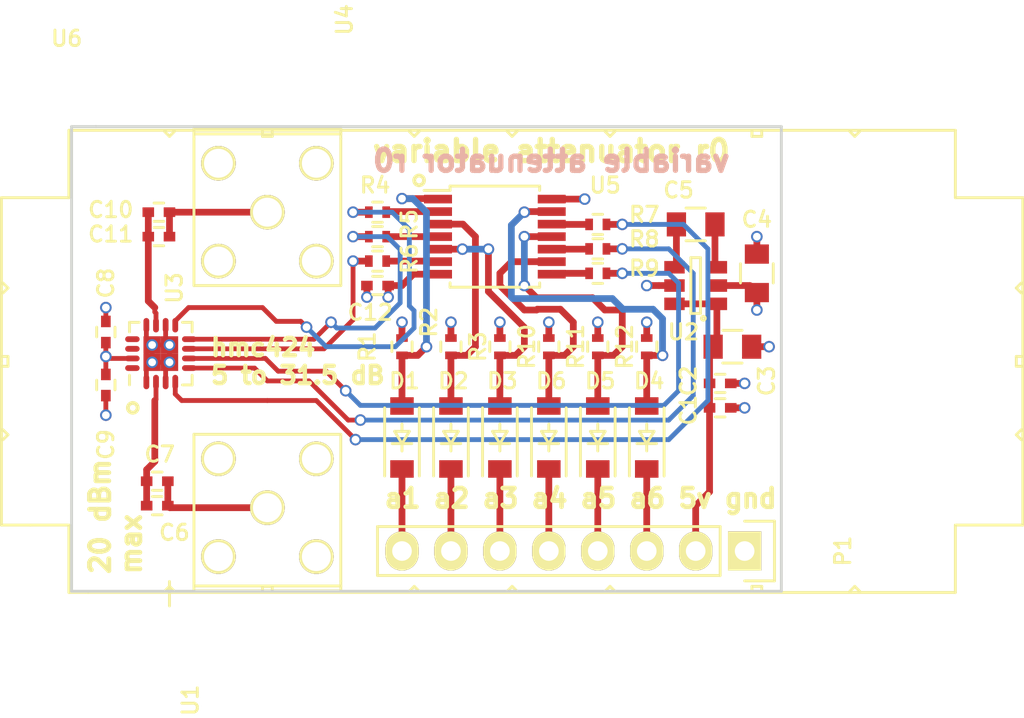
<source format=kicad_pcb>
(kicad_pcb (version 4) (host pcbnew 4.0.2-stable)

  (general
    (links 82)
    (no_connects 0)
    (area 121.814999 85.883 175.365001 123.575)
    (thickness 1.6)
    (drawings 12)
    (tracks 273)
    (zones 0)
    (modules 37)
    (nets 34)
  )

  (page A4)
  (layers
    (0 F.Cu signal)
    (1 In1.Cu signal hide)
    (2 In2.Cu signal hide)
    (31 B.Cu signal)
    (32 B.Adhes user)
    (33 F.Adhes user)
    (34 B.Paste user)
    (35 F.Paste user)
    (36 B.SilkS user)
    (37 F.SilkS user)
    (38 B.Mask user)
    (39 F.Mask user)
    (40 Dwgs.User user)
    (41 Cmts.User user)
    (42 Eco1.User user)
    (43 Eco2.User user)
    (44 Edge.Cuts user)
    (45 Margin user)
    (46 B.CrtYd user)
    (47 F.CrtYd user)
    (48 B.Fab user)
    (49 F.Fab user)
  )

  (setup
    (last_trace_width 0.25)
    (user_trace_width 0.35)
    (trace_clearance 0.2)
    (zone_clearance 0.9)
    (zone_45_only no)
    (trace_min 0.2)
    (segment_width 0.2)
    (edge_width 0.15)
    (via_size 0.6)
    (via_drill 0.4)
    (via_min_size 0.4)
    (via_min_drill 0.3)
    (uvia_size 0.3)
    (uvia_drill 0.1)
    (uvias_allowed no)
    (uvia_min_size 0.2)
    (uvia_min_drill 0.1)
    (pcb_text_width 0.3)
    (pcb_text_size 1.5 1.5)
    (mod_edge_width 0.15)
    (mod_text_size 0.8 0.8)
    (mod_text_width 0.15)
    (pad_size 1.524 1.524)
    (pad_drill 0.762)
    (pad_to_mask_clearance 0.2)
    (aux_axis_origin 0 0)
    (visible_elements FFFEFF7F)
    (pcbplotparams
      (layerselection 0x010f0_80000007)
      (usegerberextensions true)
      (excludeedgelayer true)
      (linewidth 0.100000)
      (plotframeref false)
      (viasonmask false)
      (mode 1)
      (useauxorigin false)
      (hpglpennumber 1)
      (hpglpenspeed 20)
      (hpglpendiameter 15)
      (hpglpenoverlay 2)
      (psnegative false)
      (psa4output false)
      (plotreference true)
      (plotvalue true)
      (plotinvisibletext false)
      (padsonsilk false)
      (subtractmaskfromsilk false)
      (outputformat 1)
      (mirror false)
      (drillshape 0)
      (scaleselection 1)
      (outputdirectory gerbs/))
  )

  (net 0 "")
  (net 1 GND)
  (net 2 +5V)
  (net 3 VEE)
  (net 4 "Net-(C5-Pad1)")
  (net 5 "Net-(C5-Pad2)")
  (net 6 "Net-(C6-Pad1)")
  (net 7 "Net-(C6-Pad2)")
  (net 8 "Net-(C10-Pad1)")
  (net 9 "Net-(C10-Pad2)")
  (net 10 /A1)
  (net 11 "Net-(D1-Pad2)")
  (net 12 /A2)
  (net 13 "Net-(D2-Pad2)")
  (net 14 /A3)
  (net 15 "Net-(D3-Pad2)")
  (net 16 /A6)
  (net 17 "Net-(D4-Pad2)")
  (net 18 /A5)
  (net 19 "Net-(D5-Pad2)")
  (net 20 /A4)
  (net 21 "Net-(D6-Pad2)")
  (net 22 "Net-(R4-Pad1)")
  (net 23 /V1)
  (net 24 "Net-(R5-Pad1)")
  (net 25 /V2)
  (net 26 "Net-(R6-Pad1)")
  (net 27 /V3)
  (net 28 /V6)
  (net 29 "Net-(R7-Pad2)")
  (net 30 /V5)
  (net 31 "Net-(R8-Pad2)")
  (net 32 /V4)
  (net 33 "Net-(R9-Pad2)")

  (net_class Default "This is the default net class."
    (clearance 0.2)
    (trace_width 0.25)
    (via_dia 0.6)
    (via_drill 0.4)
    (uvia_dia 0.3)
    (uvia_drill 0.1)
    (add_net +5V)
    (add_net /A1)
    (add_net /A2)
    (add_net /A3)
    (add_net /A4)
    (add_net /A5)
    (add_net /A6)
    (add_net /V1)
    (add_net /V2)
    (add_net /V3)
    (add_net /V4)
    (add_net /V5)
    (add_net /V6)
    (add_net GND)
    (add_net "Net-(C10-Pad1)")
    (add_net "Net-(C10-Pad2)")
    (add_net "Net-(C5-Pad1)")
    (add_net "Net-(C5-Pad2)")
    (add_net "Net-(C6-Pad1)")
    (add_net "Net-(C6-Pad2)")
    (add_net "Net-(D1-Pad2)")
    (add_net "Net-(D2-Pad2)")
    (add_net "Net-(D3-Pad2)")
    (add_net "Net-(D4-Pad2)")
    (add_net "Net-(D5-Pad2)")
    (add_net "Net-(D6-Pad2)")
    (add_net "Net-(R4-Pad1)")
    (add_net "Net-(R5-Pad1)")
    (add_net "Net-(R6-Pad1)")
    (add_net "Net-(R7-Pad2)")
    (add_net "Net-(R8-Pad2)")
    (add_net "Net-(R9-Pad2)")
    (add_net VEE)
  )

  (module Capacitors_SMD:C_0402 (layer F.Cu) (tedit 5415D599) (tstamp 56E7A52D)
    (at 159.385 107.315 180)
    (descr "Capacitor SMD 0402, reflow soldering, AVX (see smccp.pdf)")
    (tags "capacitor 0402")
    (path /56E4EF4E)
    (attr smd)
    (fp_text reference C1 (at 1.651 -0.127 270) (layer F.SilkS)
      (effects (font (size 0.8 0.8) (thickness 0.15)))
    )
    (fp_text value "30 pF" (at 0 1.7 180) (layer F.Fab)
      (effects (font (size 0.8 0.8) (thickness 0.15)))
    )
    (fp_line (start -1.15 -0.6) (end 1.15 -0.6) (layer F.CrtYd) (width 0.05))
    (fp_line (start -1.15 0.6) (end 1.15 0.6) (layer F.CrtYd) (width 0.05))
    (fp_line (start -1.15 -0.6) (end -1.15 0.6) (layer F.CrtYd) (width 0.05))
    (fp_line (start 1.15 -0.6) (end 1.15 0.6) (layer F.CrtYd) (width 0.05))
    (fp_line (start 0.25 -0.475) (end -0.25 -0.475) (layer F.SilkS) (width 0.15))
    (fp_line (start -0.25 0.475) (end 0.25 0.475) (layer F.SilkS) (width 0.15))
    (pad 1 smd rect (at -0.55 0 180) (size 0.6 0.5) (layers F.Cu F.Paste F.Mask)
      (net 1 GND))
    (pad 2 smd rect (at 0.55 0 180) (size 0.6 0.5) (layers F.Cu F.Paste F.Mask)
      (net 2 +5V))
    (model Capacitors_SMD.3dshapes/C_0402.wrl
      (at (xyz 0 0 0))
      (scale (xyz 1 1 1))
      (rotate (xyz 0 0 0))
    )
  )

  (module Capacitors_SMD:C_0402 (layer F.Cu) (tedit 5415D599) (tstamp 56E7A533)
    (at 159.385 106.045 180)
    (descr "Capacitor SMD 0402, reflow soldering, AVX (see smccp.pdf)")
    (tags "capacitor 0402")
    (path /56E4E3E6)
    (attr smd)
    (fp_text reference C2 (at 1.651 0.127 270) (layer F.SilkS)
      (effects (font (size 0.8 0.8) (thickness 0.15)))
    )
    (fp_text value "100 nF" (at 0 1.7 180) (layer F.Fab)
      (effects (font (size 0.8 0.8) (thickness 0.15)))
    )
    (fp_line (start -1.15 -0.6) (end 1.15 -0.6) (layer F.CrtYd) (width 0.05))
    (fp_line (start -1.15 0.6) (end 1.15 0.6) (layer F.CrtYd) (width 0.05))
    (fp_line (start -1.15 -0.6) (end -1.15 0.6) (layer F.CrtYd) (width 0.05))
    (fp_line (start 1.15 -0.6) (end 1.15 0.6) (layer F.CrtYd) (width 0.05))
    (fp_line (start 0.25 -0.475) (end -0.25 -0.475) (layer F.SilkS) (width 0.15))
    (fp_line (start -0.25 0.475) (end 0.25 0.475) (layer F.SilkS) (width 0.15))
    (pad 1 smd rect (at -0.55 0 180) (size 0.6 0.5) (layers F.Cu F.Paste F.Mask)
      (net 1 GND))
    (pad 2 smd rect (at 0.55 0 180) (size 0.6 0.5) (layers F.Cu F.Paste F.Mask)
      (net 2 +5V))
    (model Capacitors_SMD.3dshapes/C_0402.wrl
      (at (xyz 0 0 0))
      (scale (xyz 1 1 1))
      (rotate (xyz 0 0 0))
    )
  )

  (module Capacitors_SMD:C_0805 (layer F.Cu) (tedit 5415D6EA) (tstamp 56E7A539)
    (at 160.02 104.14)
    (descr "Capacitor SMD 0805, reflow soldering, AVX (see smccp.pdf)")
    (tags "capacitor 0805")
    (path /56E4E1C7)
    (attr smd)
    (fp_text reference C3 (at 1.778 1.778 90) (layer F.SilkS)
      (effects (font (size 0.8 0.8) (thickness 0.15)))
    )
    (fp_text value "10 uF" (at 0 2.1) (layer F.Fab)
      (effects (font (size 0.8 0.8) (thickness 0.15)))
    )
    (fp_line (start -1.8 -1) (end 1.8 -1) (layer F.CrtYd) (width 0.05))
    (fp_line (start -1.8 1) (end 1.8 1) (layer F.CrtYd) (width 0.05))
    (fp_line (start -1.8 -1) (end -1.8 1) (layer F.CrtYd) (width 0.05))
    (fp_line (start 1.8 -1) (end 1.8 1) (layer F.CrtYd) (width 0.05))
    (fp_line (start 0.5 -0.85) (end -0.5 -0.85) (layer F.SilkS) (width 0.15))
    (fp_line (start -0.5 0.85) (end 0.5 0.85) (layer F.SilkS) (width 0.15))
    (pad 1 smd rect (at -1 0) (size 1 1.25) (layers F.Cu F.Paste F.Mask)
      (net 2 +5V))
    (pad 2 smd rect (at 1 0) (size 1 1.25) (layers F.Cu F.Paste F.Mask)
      (net 1 GND))
    (model Capacitors_SMD.3dshapes/C_0805.wrl
      (at (xyz 0 0 0))
      (scale (xyz 1 1 1))
      (rotate (xyz 0 0 0))
    )
  )

  (module Capacitors_SMD:C_0805 (layer F.Cu) (tedit 5415D6EA) (tstamp 56E7A53F)
    (at 161.29 100.33 90)
    (descr "Capacitor SMD 0805, reflow soldering, AVX (see smccp.pdf)")
    (tags "capacitor 0805")
    (path /56E4D78F)
    (attr smd)
    (fp_text reference C4 (at 2.794 0 180) (layer F.SilkS)
      (effects (font (size 0.8 0.8) (thickness 0.15)))
    )
    (fp_text value "10 uF" (at 0 2.1 90) (layer F.Fab)
      (effects (font (size 0.8 0.8) (thickness 0.15)))
    )
    (fp_line (start -1.8 -1) (end 1.8 -1) (layer F.CrtYd) (width 0.05))
    (fp_line (start -1.8 1) (end 1.8 1) (layer F.CrtYd) (width 0.05))
    (fp_line (start -1.8 -1) (end -1.8 1) (layer F.CrtYd) (width 0.05))
    (fp_line (start 1.8 -1) (end 1.8 1) (layer F.CrtYd) (width 0.05))
    (fp_line (start 0.5 -0.85) (end -0.5 -0.85) (layer F.SilkS) (width 0.15))
    (fp_line (start -0.5 0.85) (end 0.5 0.85) (layer F.SilkS) (width 0.15))
    (pad 1 smd rect (at -1 0 90) (size 1 1.25) (layers F.Cu F.Paste F.Mask)
      (net 3 VEE))
    (pad 2 smd rect (at 1 0 90) (size 1 1.25) (layers F.Cu F.Paste F.Mask)
      (net 1 GND))
    (model Capacitors_SMD.3dshapes/C_0805.wrl
      (at (xyz 0 0 0))
      (scale (xyz 1 1 1))
      (rotate (xyz 0 0 0))
    )
  )

  (module Capacitors_SMD:C_0805 (layer F.Cu) (tedit 5415D6EA) (tstamp 56E7A545)
    (at 158.115 97.79)
    (descr "Capacitor SMD 0805, reflow soldering, AVX (see smccp.pdf)")
    (tags "capacitor 0805")
    (path /56E4CD9B)
    (attr smd)
    (fp_text reference C5 (at -0.889 -1.778) (layer F.SilkS)
      (effects (font (size 0.8 0.8) (thickness 0.15)))
    )
    (fp_text value C_Small (at 0 2.1) (layer F.Fab)
      (effects (font (size 0.8 0.8) (thickness 0.15)))
    )
    (fp_line (start -1.8 -1) (end 1.8 -1) (layer F.CrtYd) (width 0.05))
    (fp_line (start -1.8 1) (end 1.8 1) (layer F.CrtYd) (width 0.05))
    (fp_line (start -1.8 -1) (end -1.8 1) (layer F.CrtYd) (width 0.05))
    (fp_line (start 1.8 -1) (end 1.8 1) (layer F.CrtYd) (width 0.05))
    (fp_line (start 0.5 -0.85) (end -0.5 -0.85) (layer F.SilkS) (width 0.15))
    (fp_line (start -0.5 0.85) (end 0.5 0.85) (layer F.SilkS) (width 0.15))
    (pad 1 smd rect (at -1 0) (size 1 1.25) (layers F.Cu F.Paste F.Mask)
      (net 4 "Net-(C5-Pad1)"))
    (pad 2 smd rect (at 1 0) (size 1 1.25) (layers F.Cu F.Paste F.Mask)
      (net 5 "Net-(C5-Pad2)"))
    (model Capacitors_SMD.3dshapes/C_0805.wrl
      (at (xyz 0 0 0))
      (scale (xyz 1 1 1))
      (rotate (xyz 0 0 0))
    )
  )

  (module Capacitors_SMD:C_0402 (layer F.Cu) (tedit 5415D599) (tstamp 56E7A54B)
    (at 130.175 112.395 180)
    (descr "Capacitor SMD 0402, reflow soldering, AVX (see smccp.pdf)")
    (tags "capacitor 0402")
    (path /56E4F948)
    (attr smd)
    (fp_text reference C6 (at -0.889 -1.397 180) (layer F.SilkS)
      (effects (font (size 0.8 0.8) (thickness 0.15)))
    )
    (fp_text value "100 nF" (at 0 1.7 180) (layer F.Fab)
      (effects (font (size 0.8 0.8) (thickness 0.15)))
    )
    (fp_line (start -1.15 -0.6) (end 1.15 -0.6) (layer F.CrtYd) (width 0.05))
    (fp_line (start -1.15 0.6) (end 1.15 0.6) (layer F.CrtYd) (width 0.05))
    (fp_line (start -1.15 -0.6) (end -1.15 0.6) (layer F.CrtYd) (width 0.05))
    (fp_line (start 1.15 -0.6) (end 1.15 0.6) (layer F.CrtYd) (width 0.05))
    (fp_line (start 0.25 -0.475) (end -0.25 -0.475) (layer F.SilkS) (width 0.15))
    (fp_line (start -0.25 0.475) (end 0.25 0.475) (layer F.SilkS) (width 0.15))
    (pad 1 smd rect (at -0.55 0 180) (size 0.6 0.5) (layers F.Cu F.Paste F.Mask)
      (net 6 "Net-(C6-Pad1)"))
    (pad 2 smd rect (at 0.55 0 180) (size 0.6 0.5) (layers F.Cu F.Paste F.Mask)
      (net 7 "Net-(C6-Pad2)"))
    (model Capacitors_SMD.3dshapes/C_0402.wrl
      (at (xyz 0 0 0))
      (scale (xyz 1 1 1))
      (rotate (xyz 0 0 0))
    )
  )

  (module Capacitors_SMD:C_0402 (layer F.Cu) (tedit 5415D599) (tstamp 56E7A551)
    (at 130.175 111.125)
    (descr "Capacitor SMD 0402, reflow soldering, AVX (see smccp.pdf)")
    (tags "capacitor 0402")
    (path /56E400CB)
    (attr smd)
    (fp_text reference C7 (at 0.127 -1.397) (layer F.SilkS)
      (effects (font (size 0.8 0.8) (thickness 0.15)))
    )
    (fp_text value "30 pF" (at 0 1.7) (layer F.Fab)
      (effects (font (size 0.8 0.8) (thickness 0.15)))
    )
    (fp_line (start -1.15 -0.6) (end 1.15 -0.6) (layer F.CrtYd) (width 0.05))
    (fp_line (start -1.15 0.6) (end 1.15 0.6) (layer F.CrtYd) (width 0.05))
    (fp_line (start -1.15 -0.6) (end -1.15 0.6) (layer F.CrtYd) (width 0.05))
    (fp_line (start 1.15 -0.6) (end 1.15 0.6) (layer F.CrtYd) (width 0.05))
    (fp_line (start 0.25 -0.475) (end -0.25 -0.475) (layer F.SilkS) (width 0.15))
    (fp_line (start -0.25 0.475) (end 0.25 0.475) (layer F.SilkS) (width 0.15))
    (pad 1 smd rect (at -0.55 0) (size 0.6 0.5) (layers F.Cu F.Paste F.Mask)
      (net 7 "Net-(C6-Pad2)"))
    (pad 2 smd rect (at 0.55 0) (size 0.6 0.5) (layers F.Cu F.Paste F.Mask)
      (net 6 "Net-(C6-Pad1)"))
    (model Capacitors_SMD.3dshapes/C_0402.wrl
      (at (xyz 0 0 0))
      (scale (xyz 1 1 1))
      (rotate (xyz 0 0 0))
    )
  )

  (module Capacitors_SMD:C_0402 (layer F.Cu) (tedit 5415D599) (tstamp 56E7A557)
    (at 127.508 103.378 270)
    (descr "Capacitor SMD 0402, reflow soldering, AVX (see smccp.pdf)")
    (tags "capacitor 0402")
    (path /56E47944)
    (attr smd)
    (fp_text reference C8 (at -2.54 0 270) (layer F.SilkS)
      (effects (font (size 0.8 0.8) (thickness 0.15)))
    )
    (fp_text value "100 nF" (at 0 1.7 270) (layer F.Fab)
      (effects (font (size 0.8 0.8) (thickness 0.15)))
    )
    (fp_line (start -1.15 -0.6) (end 1.15 -0.6) (layer F.CrtYd) (width 0.05))
    (fp_line (start -1.15 0.6) (end 1.15 0.6) (layer F.CrtYd) (width 0.05))
    (fp_line (start -1.15 -0.6) (end -1.15 0.6) (layer F.CrtYd) (width 0.05))
    (fp_line (start 1.15 -0.6) (end 1.15 0.6) (layer F.CrtYd) (width 0.05))
    (fp_line (start 0.25 -0.475) (end -0.25 -0.475) (layer F.SilkS) (width 0.15))
    (fp_line (start -0.25 0.475) (end 0.25 0.475) (layer F.SilkS) (width 0.15))
    (pad 1 smd rect (at -0.55 0 270) (size 0.6 0.5) (layers F.Cu F.Paste F.Mask)
      (net 1 GND))
    (pad 2 smd rect (at 0.55 0 270) (size 0.6 0.5) (layers F.Cu F.Paste F.Mask)
      (net 3 VEE))
    (model Capacitors_SMD.3dshapes/C_0402.wrl
      (at (xyz 0 0 0))
      (scale (xyz 1 1 1))
      (rotate (xyz 0 0 0))
    )
  )

  (module Capacitors_SMD:C_0402 (layer F.Cu) (tedit 5415D599) (tstamp 56E7A55D)
    (at 127.508 106.13 90)
    (descr "Capacitor SMD 0402, reflow soldering, AVX (see smccp.pdf)")
    (tags "capacitor 0402")
    (path /56E4EBC1)
    (attr smd)
    (fp_text reference C9 (at -3.09 0 90) (layer F.SilkS)
      (effects (font (size 0.8 0.8) (thickness 0.15)))
    )
    (fp_text value "30 pF" (at 0 1.7 90) (layer F.Fab)
      (effects (font (size 0.8 0.8) (thickness 0.15)))
    )
    (fp_line (start -1.15 -0.6) (end 1.15 -0.6) (layer F.CrtYd) (width 0.05))
    (fp_line (start -1.15 0.6) (end 1.15 0.6) (layer F.CrtYd) (width 0.05))
    (fp_line (start -1.15 -0.6) (end -1.15 0.6) (layer F.CrtYd) (width 0.05))
    (fp_line (start 1.15 -0.6) (end 1.15 0.6) (layer F.CrtYd) (width 0.05))
    (fp_line (start 0.25 -0.475) (end -0.25 -0.475) (layer F.SilkS) (width 0.15))
    (fp_line (start -0.25 0.475) (end 0.25 0.475) (layer F.SilkS) (width 0.15))
    (pad 1 smd rect (at -0.55 0 90) (size 0.6 0.5) (layers F.Cu F.Paste F.Mask)
      (net 1 GND))
    (pad 2 smd rect (at 0.55 0 90) (size 0.6 0.5) (layers F.Cu F.Paste F.Mask)
      (net 3 VEE))
    (model Capacitors_SMD.3dshapes/C_0402.wrl
      (at (xyz 0 0 0))
      (scale (xyz 1 1 1))
      (rotate (xyz 0 0 0))
    )
  )

  (module Capacitors_SMD:C_0402 (layer F.Cu) (tedit 5415D599) (tstamp 56E7A563)
    (at 130.26 97.155 180)
    (descr "Capacitor SMD 0402, reflow soldering, AVX (see smccp.pdf)")
    (tags "capacitor 0402")
    (path /56E4FDF8)
    (attr smd)
    (fp_text reference C10 (at 2.498 0.127 180) (layer F.SilkS)
      (effects (font (size 0.8 0.8) (thickness 0.15)))
    )
    (fp_text value "100 nF" (at 0 1.7 180) (layer F.Fab)
      (effects (font (size 0.8 0.8) (thickness 0.15)))
    )
    (fp_line (start -1.15 -0.6) (end 1.15 -0.6) (layer F.CrtYd) (width 0.05))
    (fp_line (start -1.15 0.6) (end 1.15 0.6) (layer F.CrtYd) (width 0.05))
    (fp_line (start -1.15 -0.6) (end -1.15 0.6) (layer F.CrtYd) (width 0.05))
    (fp_line (start 1.15 -0.6) (end 1.15 0.6) (layer F.CrtYd) (width 0.05))
    (fp_line (start 0.25 -0.475) (end -0.25 -0.475) (layer F.SilkS) (width 0.15))
    (fp_line (start -0.25 0.475) (end 0.25 0.475) (layer F.SilkS) (width 0.15))
    (pad 1 smd rect (at -0.55 0 180) (size 0.6 0.5) (layers F.Cu F.Paste F.Mask)
      (net 8 "Net-(C10-Pad1)"))
    (pad 2 smd rect (at 0.55 0 180) (size 0.6 0.5) (layers F.Cu F.Paste F.Mask)
      (net 9 "Net-(C10-Pad2)"))
    (model Capacitors_SMD.3dshapes/C_0402.wrl
      (at (xyz 0 0 0))
      (scale (xyz 1 1 1))
      (rotate (xyz 0 0 0))
    )
  )

  (module Capacitors_SMD:C_0402 (layer F.Cu) (tedit 5415D599) (tstamp 56E7A569)
    (at 130.26 98.425 180)
    (descr "Capacitor SMD 0402, reflow soldering, AVX (see smccp.pdf)")
    (tags "capacitor 0402")
    (path /56E40242)
    (attr smd)
    (fp_text reference C11 (at 2.498 0.127 180) (layer F.SilkS)
      (effects (font (size 0.8 0.8) (thickness 0.15)))
    )
    (fp_text value "30 pF" (at 0 1.7 180) (layer F.Fab)
      (effects (font (size 0.8 0.8) (thickness 0.15)))
    )
    (fp_line (start -1.15 -0.6) (end 1.15 -0.6) (layer F.CrtYd) (width 0.05))
    (fp_line (start -1.15 0.6) (end 1.15 0.6) (layer F.CrtYd) (width 0.05))
    (fp_line (start -1.15 -0.6) (end -1.15 0.6) (layer F.CrtYd) (width 0.05))
    (fp_line (start 1.15 -0.6) (end 1.15 0.6) (layer F.CrtYd) (width 0.05))
    (fp_line (start 0.25 -0.475) (end -0.25 -0.475) (layer F.SilkS) (width 0.15))
    (fp_line (start -0.25 0.475) (end 0.25 0.475) (layer F.SilkS) (width 0.15))
    (pad 1 smd rect (at -0.55 0 180) (size 0.6 0.5) (layers F.Cu F.Paste F.Mask)
      (net 8 "Net-(C10-Pad1)"))
    (pad 2 smd rect (at 0.55 0 180) (size 0.6 0.5) (layers F.Cu F.Paste F.Mask)
      (net 9 "Net-(C10-Pad2)"))
    (model Capacitors_SMD.3dshapes/C_0402.wrl
      (at (xyz 0 0 0))
      (scale (xyz 1 1 1))
      (rotate (xyz 0 0 0))
    )
  )

  (module Capacitors_SMD:C_0402 (layer F.Cu) (tedit 5415D599) (tstamp 56E7A56F)
    (at 141.605 100.965)
    (descr "Capacitor SMD 0402, reflow soldering, AVX (see smccp.pdf)")
    (tags "capacitor 0402")
    (path /56E41BD5)
    (attr smd)
    (fp_text reference C12 (at -0.381 1.397 180) (layer F.SilkS)
      (effects (font (size 0.8 0.8) (thickness 0.15)))
    )
    (fp_text value C_Small (at 0 1.7) (layer F.Fab)
      (effects (font (size 0.8 0.8) (thickness 0.15)))
    )
    (fp_line (start -1.15 -0.6) (end 1.15 -0.6) (layer F.CrtYd) (width 0.05))
    (fp_line (start -1.15 0.6) (end 1.15 0.6) (layer F.CrtYd) (width 0.05))
    (fp_line (start -1.15 -0.6) (end -1.15 0.6) (layer F.CrtYd) (width 0.05))
    (fp_line (start 1.15 -0.6) (end 1.15 0.6) (layer F.CrtYd) (width 0.05))
    (fp_line (start 0.25 -0.475) (end -0.25 -0.475) (layer F.SilkS) (width 0.15))
    (fp_line (start -0.25 0.475) (end 0.25 0.475) (layer F.SilkS) (width 0.15))
    (pad 1 smd rect (at -0.55 0) (size 0.6 0.5) (layers F.Cu F.Paste F.Mask)
      (net 1 GND))
    (pad 2 smd rect (at 0.55 0) (size 0.6 0.5) (layers F.Cu F.Paste F.Mask)
      (net 3 VEE))
    (model Capacitors_SMD.3dshapes/C_0402.wrl
      (at (xyz 0 0 0))
      (scale (xyz 1 1 1))
      (rotate (xyz 0 0 0))
    )
  )

  (module Diodes_SMD:SOD-123 (layer F.Cu) (tedit 5530FCB9) (tstamp 56E7A57B)
    (at 142.875 108.855 90)
    (descr SOD-123)
    (tags SOD-123)
    (path /56E43D43)
    (attr smd)
    (fp_text reference D1 (at 2.937 0.127 180) (layer F.SilkS)
      (effects (font (size 0.8 0.8) (thickness 0.15)))
    )
    (fp_text value ZENER (at 0 2.1 90) (layer F.Fab)
      (effects (font (size 0.8 0.8) (thickness 0.15)))
    )
    (fp_line (start 0.3175 0) (end 0.6985 0) (layer F.SilkS) (width 0.15))
    (fp_line (start -0.6985 0) (end -0.3175 0) (layer F.SilkS) (width 0.15))
    (fp_line (start -0.3175 0) (end 0.3175 -0.381) (layer F.SilkS) (width 0.15))
    (fp_line (start 0.3175 -0.381) (end 0.3175 0.381) (layer F.SilkS) (width 0.15))
    (fp_line (start 0.3175 0.381) (end -0.3175 0) (layer F.SilkS) (width 0.15))
    (fp_line (start -0.3175 -0.508) (end -0.3175 0.508) (layer F.SilkS) (width 0.15))
    (fp_line (start -2.25 -1.05) (end 2.25 -1.05) (layer F.CrtYd) (width 0.05))
    (fp_line (start 2.25 -1.05) (end 2.25 1.05) (layer F.CrtYd) (width 0.05))
    (fp_line (start 2.25 1.05) (end -2.25 1.05) (layer F.CrtYd) (width 0.05))
    (fp_line (start -2.25 -1.05) (end -2.25 1.05) (layer F.CrtYd) (width 0.05))
    (fp_line (start -2 0.9) (end 1.54 0.9) (layer F.SilkS) (width 0.15))
    (fp_line (start -2 -0.9) (end 1.54 -0.9) (layer F.SilkS) (width 0.15))
    (pad 1 smd rect (at -1.635 0 90) (size 0.91 1.22) (layers F.Cu F.Paste F.Mask)
      (net 10 /A1))
    (pad 2 smd rect (at 1.635 0 90) (size 0.91 1.22) (layers F.Cu F.Paste F.Mask)
      (net 11 "Net-(D1-Pad2)"))
  )

  (module Diodes_SMD:SOD-123 (layer F.Cu) (tedit 5530FCB9) (tstamp 56E7A581)
    (at 145.415 108.855 90)
    (descr SOD-123)
    (tags SOD-123)
    (path /56E43B46)
    (attr smd)
    (fp_text reference D2 (at 2.937 0.127 180) (layer F.SilkS)
      (effects (font (size 0.8 0.8) (thickness 0.15)))
    )
    (fp_text value ZENER (at 0 2.1 90) (layer F.Fab)
      (effects (font (size 0.8 0.8) (thickness 0.15)))
    )
    (fp_line (start 0.3175 0) (end 0.6985 0) (layer F.SilkS) (width 0.15))
    (fp_line (start -0.6985 0) (end -0.3175 0) (layer F.SilkS) (width 0.15))
    (fp_line (start -0.3175 0) (end 0.3175 -0.381) (layer F.SilkS) (width 0.15))
    (fp_line (start 0.3175 -0.381) (end 0.3175 0.381) (layer F.SilkS) (width 0.15))
    (fp_line (start 0.3175 0.381) (end -0.3175 0) (layer F.SilkS) (width 0.15))
    (fp_line (start -0.3175 -0.508) (end -0.3175 0.508) (layer F.SilkS) (width 0.15))
    (fp_line (start -2.25 -1.05) (end 2.25 -1.05) (layer F.CrtYd) (width 0.05))
    (fp_line (start 2.25 -1.05) (end 2.25 1.05) (layer F.CrtYd) (width 0.05))
    (fp_line (start 2.25 1.05) (end -2.25 1.05) (layer F.CrtYd) (width 0.05))
    (fp_line (start -2.25 -1.05) (end -2.25 1.05) (layer F.CrtYd) (width 0.05))
    (fp_line (start -2 0.9) (end 1.54 0.9) (layer F.SilkS) (width 0.15))
    (fp_line (start -2 -0.9) (end 1.54 -0.9) (layer F.SilkS) (width 0.15))
    (pad 1 smd rect (at -1.635 0 90) (size 0.91 1.22) (layers F.Cu F.Paste F.Mask)
      (net 12 /A2))
    (pad 2 smd rect (at 1.635 0 90) (size 0.91 1.22) (layers F.Cu F.Paste F.Mask)
      (net 13 "Net-(D2-Pad2)"))
  )

  (module Diodes_SMD:SOD-123 (layer F.Cu) (tedit 5530FCB9) (tstamp 56E7A587)
    (at 147.955 108.855 90)
    (descr SOD-123)
    (tags SOD-123)
    (path /56E43CF6)
    (attr smd)
    (fp_text reference D3 (at 2.937 0.127 180) (layer F.SilkS)
      (effects (font (size 0.8 0.8) (thickness 0.15)))
    )
    (fp_text value ZENER (at 0 2.1 90) (layer F.Fab)
      (effects (font (size 0.8 0.8) (thickness 0.15)))
    )
    (fp_line (start 0.3175 0) (end 0.6985 0) (layer F.SilkS) (width 0.15))
    (fp_line (start -0.6985 0) (end -0.3175 0) (layer F.SilkS) (width 0.15))
    (fp_line (start -0.3175 0) (end 0.3175 -0.381) (layer F.SilkS) (width 0.15))
    (fp_line (start 0.3175 -0.381) (end 0.3175 0.381) (layer F.SilkS) (width 0.15))
    (fp_line (start 0.3175 0.381) (end -0.3175 0) (layer F.SilkS) (width 0.15))
    (fp_line (start -0.3175 -0.508) (end -0.3175 0.508) (layer F.SilkS) (width 0.15))
    (fp_line (start -2.25 -1.05) (end 2.25 -1.05) (layer F.CrtYd) (width 0.05))
    (fp_line (start 2.25 -1.05) (end 2.25 1.05) (layer F.CrtYd) (width 0.05))
    (fp_line (start 2.25 1.05) (end -2.25 1.05) (layer F.CrtYd) (width 0.05))
    (fp_line (start -2.25 -1.05) (end -2.25 1.05) (layer F.CrtYd) (width 0.05))
    (fp_line (start -2 0.9) (end 1.54 0.9) (layer F.SilkS) (width 0.15))
    (fp_line (start -2 -0.9) (end 1.54 -0.9) (layer F.SilkS) (width 0.15))
    (pad 1 smd rect (at -1.635 0 90) (size 0.91 1.22) (layers F.Cu F.Paste F.Mask)
      (net 14 /A3))
    (pad 2 smd rect (at 1.635 0 90) (size 0.91 1.22) (layers F.Cu F.Paste F.Mask)
      (net 15 "Net-(D3-Pad2)"))
  )

  (module Diodes_SMD:SOD-123 (layer F.Cu) (tedit 5530FCB9) (tstamp 56E7A58D)
    (at 155.575 108.855 90)
    (descr SOD-123)
    (tags SOD-123)
    (path /56E43975)
    (attr smd)
    (fp_text reference D4 (at 2.937 0.127 180) (layer F.SilkS)
      (effects (font (size 0.8 0.8) (thickness 0.15)))
    )
    (fp_text value ZENER (at 0 2.1 90) (layer F.Fab)
      (effects (font (size 0.8 0.8) (thickness 0.15)))
    )
    (fp_line (start 0.3175 0) (end 0.6985 0) (layer F.SilkS) (width 0.15))
    (fp_line (start -0.6985 0) (end -0.3175 0) (layer F.SilkS) (width 0.15))
    (fp_line (start -0.3175 0) (end 0.3175 -0.381) (layer F.SilkS) (width 0.15))
    (fp_line (start 0.3175 -0.381) (end 0.3175 0.381) (layer F.SilkS) (width 0.15))
    (fp_line (start 0.3175 0.381) (end -0.3175 0) (layer F.SilkS) (width 0.15))
    (fp_line (start -0.3175 -0.508) (end -0.3175 0.508) (layer F.SilkS) (width 0.15))
    (fp_line (start -2.25 -1.05) (end 2.25 -1.05) (layer F.CrtYd) (width 0.05))
    (fp_line (start 2.25 -1.05) (end 2.25 1.05) (layer F.CrtYd) (width 0.05))
    (fp_line (start 2.25 1.05) (end -2.25 1.05) (layer F.CrtYd) (width 0.05))
    (fp_line (start -2.25 -1.05) (end -2.25 1.05) (layer F.CrtYd) (width 0.05))
    (fp_line (start -2 0.9) (end 1.54 0.9) (layer F.SilkS) (width 0.15))
    (fp_line (start -2 -0.9) (end 1.54 -0.9) (layer F.SilkS) (width 0.15))
    (pad 1 smd rect (at -1.635 0 90) (size 0.91 1.22) (layers F.Cu F.Paste F.Mask)
      (net 16 /A6))
    (pad 2 smd rect (at 1.635 0 90) (size 0.91 1.22) (layers F.Cu F.Paste F.Mask)
      (net 17 "Net-(D4-Pad2)"))
  )

  (module Diodes_SMD:SOD-123 (layer F.Cu) (tedit 5530FCB9) (tstamp 56E7A593)
    (at 153.035 108.855 90)
    (descr SOD-123)
    (tags SOD-123)
    (path /56E43AB9)
    (attr smd)
    (fp_text reference D5 (at 2.937 0.127 180) (layer F.SilkS)
      (effects (font (size 0.8 0.8) (thickness 0.15)))
    )
    (fp_text value ZENER (at 0 2.1 90) (layer F.Fab)
      (effects (font (size 0.8 0.8) (thickness 0.15)))
    )
    (fp_line (start 0.3175 0) (end 0.6985 0) (layer F.SilkS) (width 0.15))
    (fp_line (start -0.6985 0) (end -0.3175 0) (layer F.SilkS) (width 0.15))
    (fp_line (start -0.3175 0) (end 0.3175 -0.381) (layer F.SilkS) (width 0.15))
    (fp_line (start 0.3175 -0.381) (end 0.3175 0.381) (layer F.SilkS) (width 0.15))
    (fp_line (start 0.3175 0.381) (end -0.3175 0) (layer F.SilkS) (width 0.15))
    (fp_line (start -0.3175 -0.508) (end -0.3175 0.508) (layer F.SilkS) (width 0.15))
    (fp_line (start -2.25 -1.05) (end 2.25 -1.05) (layer F.CrtYd) (width 0.05))
    (fp_line (start 2.25 -1.05) (end 2.25 1.05) (layer F.CrtYd) (width 0.05))
    (fp_line (start 2.25 1.05) (end -2.25 1.05) (layer F.CrtYd) (width 0.05))
    (fp_line (start -2.25 -1.05) (end -2.25 1.05) (layer F.CrtYd) (width 0.05))
    (fp_line (start -2 0.9) (end 1.54 0.9) (layer F.SilkS) (width 0.15))
    (fp_line (start -2 -0.9) (end 1.54 -0.9) (layer F.SilkS) (width 0.15))
    (pad 1 smd rect (at -1.635 0 90) (size 0.91 1.22) (layers F.Cu F.Paste F.Mask)
      (net 18 /A5))
    (pad 2 smd rect (at 1.635 0 90) (size 0.91 1.22) (layers F.Cu F.Paste F.Mask)
      (net 19 "Net-(D5-Pad2)"))
  )

  (module Diodes_SMD:SOD-123 (layer F.Cu) (tedit 5530FCB9) (tstamp 56E7A599)
    (at 150.495 108.855 90)
    (descr SOD-123)
    (tags SOD-123)
    (path /56E43AFD)
    (attr smd)
    (fp_text reference D6 (at 2.937 0.127 180) (layer F.SilkS)
      (effects (font (size 0.8 0.8) (thickness 0.15)))
    )
    (fp_text value ZENER (at 0 2.1 90) (layer F.Fab)
      (effects (font (size 0.8 0.8) (thickness 0.15)))
    )
    (fp_line (start 0.3175 0) (end 0.6985 0) (layer F.SilkS) (width 0.15))
    (fp_line (start -0.6985 0) (end -0.3175 0) (layer F.SilkS) (width 0.15))
    (fp_line (start -0.3175 0) (end 0.3175 -0.381) (layer F.SilkS) (width 0.15))
    (fp_line (start 0.3175 -0.381) (end 0.3175 0.381) (layer F.SilkS) (width 0.15))
    (fp_line (start 0.3175 0.381) (end -0.3175 0) (layer F.SilkS) (width 0.15))
    (fp_line (start -0.3175 -0.508) (end -0.3175 0.508) (layer F.SilkS) (width 0.15))
    (fp_line (start -2.25 -1.05) (end 2.25 -1.05) (layer F.CrtYd) (width 0.05))
    (fp_line (start 2.25 -1.05) (end 2.25 1.05) (layer F.CrtYd) (width 0.05))
    (fp_line (start 2.25 1.05) (end -2.25 1.05) (layer F.CrtYd) (width 0.05))
    (fp_line (start -2.25 -1.05) (end -2.25 1.05) (layer F.CrtYd) (width 0.05))
    (fp_line (start -2 0.9) (end 1.54 0.9) (layer F.SilkS) (width 0.15))
    (fp_line (start -2 -0.9) (end 1.54 -0.9) (layer F.SilkS) (width 0.15))
    (pad 1 smd rect (at -1.635 0 90) (size 0.91 1.22) (layers F.Cu F.Paste F.Mask)
      (net 20 /A4))
    (pad 2 smd rect (at 1.635 0 90) (size 0.91 1.22) (layers F.Cu F.Paste F.Mask)
      (net 21 "Net-(D6-Pad2)"))
  )

  (module Pin_Headers:Pin_Header_Straight_1x08 (layer F.Cu) (tedit 0) (tstamp 56E7A5A5)
    (at 160.655 114.75 270)
    (descr "Through hole pin header")
    (tags "pin header")
    (path /56E48EC1)
    (fp_text reference P1 (at 0 -5.1 270) (layer F.SilkS)
      (effects (font (size 0.8 0.8) (thickness 0.15)))
    )
    (fp_text value CONN_01X08 (at 0 -3.1 270) (layer F.Fab)
      (effects (font (size 0.8 0.8) (thickness 0.15)))
    )
    (fp_line (start -1.75 -1.75) (end -1.75 19.55) (layer F.CrtYd) (width 0.05))
    (fp_line (start 1.75 -1.75) (end 1.75 19.55) (layer F.CrtYd) (width 0.05))
    (fp_line (start -1.75 -1.75) (end 1.75 -1.75) (layer F.CrtYd) (width 0.05))
    (fp_line (start -1.75 19.55) (end 1.75 19.55) (layer F.CrtYd) (width 0.05))
    (fp_line (start 1.27 1.27) (end 1.27 19.05) (layer F.SilkS) (width 0.15))
    (fp_line (start 1.27 19.05) (end -1.27 19.05) (layer F.SilkS) (width 0.15))
    (fp_line (start -1.27 19.05) (end -1.27 1.27) (layer F.SilkS) (width 0.15))
    (fp_line (start 1.55 -1.55) (end 1.55 0) (layer F.SilkS) (width 0.15))
    (fp_line (start 1.27 1.27) (end -1.27 1.27) (layer F.SilkS) (width 0.15))
    (fp_line (start -1.55 0) (end -1.55 -1.55) (layer F.SilkS) (width 0.15))
    (fp_line (start -1.55 -1.55) (end 1.55 -1.55) (layer F.SilkS) (width 0.15))
    (pad 1 thru_hole rect (at 0 0 270) (size 2.032 1.7272) (drill 1.016) (layers *.Cu *.Mask F.SilkS)
      (net 1 GND))
    (pad 2 thru_hole oval (at 0 2.54 270) (size 2.032 1.7272) (drill 1.016) (layers *.Cu *.Mask F.SilkS)
      (net 2 +5V))
    (pad 3 thru_hole oval (at 0 5.08 270) (size 2.032 1.7272) (drill 1.016) (layers *.Cu *.Mask F.SilkS)
      (net 16 /A6))
    (pad 4 thru_hole oval (at 0 7.62 270) (size 2.032 1.7272) (drill 1.016) (layers *.Cu *.Mask F.SilkS)
      (net 18 /A5))
    (pad 5 thru_hole oval (at 0 10.16 270) (size 2.032 1.7272) (drill 1.016) (layers *.Cu *.Mask F.SilkS)
      (net 20 /A4))
    (pad 6 thru_hole oval (at 0 12.7 270) (size 2.032 1.7272) (drill 1.016) (layers *.Cu *.Mask F.SilkS)
      (net 14 /A3))
    (pad 7 thru_hole oval (at 0 15.24 270) (size 2.032 1.7272) (drill 1.016) (layers *.Cu *.Mask F.SilkS)
      (net 12 /A2))
    (pad 8 thru_hole oval (at 0 17.78 270) (size 2.032 1.7272) (drill 1.016) (layers *.Cu *.Mask F.SilkS)
      (net 10 /A1))
    (model Pin_Headers.3dshapes/Pin_Header_Straight_1x08.wrl
      (at (xyz 0 -0.35 0))
      (scale (xyz 1 1 1))
      (rotate (xyz 0 0 90))
    )
  )

  (module Resistors_SMD:R_0402 (layer F.Cu) (tedit 5415CBB8) (tstamp 56E7A5AB)
    (at 142.875 104.14 90)
    (descr "Resistor SMD 0402, reflow soldering, Vishay (see dcrcw.pdf)")
    (tags "resistor 0402")
    (path /56E4496E)
    (attr smd)
    (fp_text reference R1 (at 0 -1.8 90) (layer F.SilkS)
      (effects (font (size 0.8 0.8) (thickness 0.15)))
    )
    (fp_text value 10k (at 0 1.8 90) (layer F.Fab)
      (effects (font (size 0.8 0.8) (thickness 0.15)))
    )
    (fp_line (start -0.95 -0.65) (end 0.95 -0.65) (layer F.CrtYd) (width 0.05))
    (fp_line (start -0.95 0.65) (end 0.95 0.65) (layer F.CrtYd) (width 0.05))
    (fp_line (start -0.95 -0.65) (end -0.95 0.65) (layer F.CrtYd) (width 0.05))
    (fp_line (start 0.95 -0.65) (end 0.95 0.65) (layer F.CrtYd) (width 0.05))
    (fp_line (start 0.25 -0.525) (end -0.25 -0.525) (layer F.SilkS) (width 0.15))
    (fp_line (start -0.25 0.525) (end 0.25 0.525) (layer F.SilkS) (width 0.15))
    (pad 1 smd rect (at -0.45 0 90) (size 0.4 0.6) (layers F.Cu F.Paste F.Mask)
      (net 11 "Net-(D1-Pad2)"))
    (pad 2 smd rect (at 0.45 0 90) (size 0.4 0.6) (layers F.Cu F.Paste F.Mask)
      (net 3 VEE))
    (model Resistors_SMD.3dshapes/R_0402.wrl
      (at (xyz 0 0 0))
      (scale (xyz 1 1 1))
      (rotate (xyz 0 0 0))
    )
  )

  (module Resistors_SMD:R_0402 (layer F.Cu) (tedit 5415CBB8) (tstamp 56E7A5B1)
    (at 145.415 104.14 90)
    (descr "Resistor SMD 0402, reflow soldering, Vishay (see dcrcw.pdf)")
    (tags "resistor 0402")
    (path /56E44A67)
    (attr smd)
    (fp_text reference R2 (at 1.27 -1.143 270) (layer F.SilkS)
      (effects (font (size 0.8 0.8) (thickness 0.15)))
    )
    (fp_text value 10k (at 0 1.8 90) (layer F.Fab)
      (effects (font (size 0.8 0.8) (thickness 0.15)))
    )
    (fp_line (start -0.95 -0.65) (end 0.95 -0.65) (layer F.CrtYd) (width 0.05))
    (fp_line (start -0.95 0.65) (end 0.95 0.65) (layer F.CrtYd) (width 0.05))
    (fp_line (start -0.95 -0.65) (end -0.95 0.65) (layer F.CrtYd) (width 0.05))
    (fp_line (start 0.95 -0.65) (end 0.95 0.65) (layer F.CrtYd) (width 0.05))
    (fp_line (start 0.25 -0.525) (end -0.25 -0.525) (layer F.SilkS) (width 0.15))
    (fp_line (start -0.25 0.525) (end 0.25 0.525) (layer F.SilkS) (width 0.15))
    (pad 1 smd rect (at -0.45 0 90) (size 0.4 0.6) (layers F.Cu F.Paste F.Mask)
      (net 13 "Net-(D2-Pad2)"))
    (pad 2 smd rect (at 0.45 0 90) (size 0.4 0.6) (layers F.Cu F.Paste F.Mask)
      (net 3 VEE))
    (model Resistors_SMD.3dshapes/R_0402.wrl
      (at (xyz 0 0 0))
      (scale (xyz 1 1 1))
      (rotate (xyz 0 0 0))
    )
  )

  (module Resistors_SMD:R_0402 (layer F.Cu) (tedit 5415CBB8) (tstamp 56E7A5B7)
    (at 147.955 104.14 90)
    (descr "Resistor SMD 0402, reflow soldering, Vishay (see dcrcw.pdf)")
    (tags "resistor 0402")
    (path /56E44AB9)
    (attr smd)
    (fp_text reference R3 (at 0 -1.143 270) (layer F.SilkS)
      (effects (font (size 0.8 0.8) (thickness 0.15)))
    )
    (fp_text value 10k (at 0 1.8 90) (layer F.Fab)
      (effects (font (size 0.8 0.8) (thickness 0.15)))
    )
    (fp_line (start -0.95 -0.65) (end 0.95 -0.65) (layer F.CrtYd) (width 0.05))
    (fp_line (start -0.95 0.65) (end 0.95 0.65) (layer F.CrtYd) (width 0.05))
    (fp_line (start -0.95 -0.65) (end -0.95 0.65) (layer F.CrtYd) (width 0.05))
    (fp_line (start 0.95 -0.65) (end 0.95 0.65) (layer F.CrtYd) (width 0.05))
    (fp_line (start 0.25 -0.525) (end -0.25 -0.525) (layer F.SilkS) (width 0.15))
    (fp_line (start -0.25 0.525) (end 0.25 0.525) (layer F.SilkS) (width 0.15))
    (pad 1 smd rect (at -0.45 0 90) (size 0.4 0.6) (layers F.Cu F.Paste F.Mask)
      (net 15 "Net-(D3-Pad2)"))
    (pad 2 smd rect (at 0.45 0 90) (size 0.4 0.6) (layers F.Cu F.Paste F.Mask)
      (net 3 VEE))
    (model Resistors_SMD.3dshapes/R_0402.wrl
      (at (xyz 0 0 0))
      (scale (xyz 1 1 1))
      (rotate (xyz 0 0 0))
    )
  )

  (module Resistors_SMD:R_0402 (layer F.Cu) (tedit 5415CBB8) (tstamp 56E7A5BD)
    (at 141.605 97.155 180)
    (descr "Resistor SMD 0402, reflow soldering, Vishay (see dcrcw.pdf)")
    (tags "resistor 0402")
    (path /56E40B5E)
    (attr smd)
    (fp_text reference R4 (at 0.127 1.397 360) (layer F.SilkS)
      (effects (font (size 0.8 0.8) (thickness 0.15)))
    )
    (fp_text value 100 (at 0 1.8 180) (layer F.Fab)
      (effects (font (size 0.8 0.8) (thickness 0.15)))
    )
    (fp_line (start -0.95 -0.65) (end 0.95 -0.65) (layer F.CrtYd) (width 0.05))
    (fp_line (start -0.95 0.65) (end 0.95 0.65) (layer F.CrtYd) (width 0.05))
    (fp_line (start -0.95 -0.65) (end -0.95 0.65) (layer F.CrtYd) (width 0.05))
    (fp_line (start 0.95 -0.65) (end 0.95 0.65) (layer F.CrtYd) (width 0.05))
    (fp_line (start 0.25 -0.525) (end -0.25 -0.525) (layer F.SilkS) (width 0.15))
    (fp_line (start -0.25 0.525) (end 0.25 0.525) (layer F.SilkS) (width 0.15))
    (pad 1 smd rect (at -0.45 0 180) (size 0.4 0.6) (layers F.Cu F.Paste F.Mask)
      (net 22 "Net-(R4-Pad1)"))
    (pad 2 smd rect (at 0.45 0 180) (size 0.4 0.6) (layers F.Cu F.Paste F.Mask)
      (net 23 /V1))
    (model Resistors_SMD.3dshapes/R_0402.wrl
      (at (xyz 0 0 0))
      (scale (xyz 1 1 1))
      (rotate (xyz 0 0 0))
    )
  )

  (module Resistors_SMD:R_0402 (layer F.Cu) (tedit 5415CBB8) (tstamp 56E7A5C3)
    (at 141.605 98.425 180)
    (descr "Resistor SMD 0402, reflow soldering, Vishay (see dcrcw.pdf)")
    (tags "resistor 0402")
    (path /56E40C0F)
    (attr smd)
    (fp_text reference R5 (at -1.651 0.635 270) (layer F.SilkS)
      (effects (font (size 0.8 0.8) (thickness 0.15)))
    )
    (fp_text value 100 (at 0 1.8 180) (layer F.Fab)
      (effects (font (size 0.8 0.8) (thickness 0.15)))
    )
    (fp_line (start -0.95 -0.65) (end 0.95 -0.65) (layer F.CrtYd) (width 0.05))
    (fp_line (start -0.95 0.65) (end 0.95 0.65) (layer F.CrtYd) (width 0.05))
    (fp_line (start -0.95 -0.65) (end -0.95 0.65) (layer F.CrtYd) (width 0.05))
    (fp_line (start 0.95 -0.65) (end 0.95 0.65) (layer F.CrtYd) (width 0.05))
    (fp_line (start 0.25 -0.525) (end -0.25 -0.525) (layer F.SilkS) (width 0.15))
    (fp_line (start -0.25 0.525) (end 0.25 0.525) (layer F.SilkS) (width 0.15))
    (pad 1 smd rect (at -0.45 0 180) (size 0.4 0.6) (layers F.Cu F.Paste F.Mask)
      (net 24 "Net-(R5-Pad1)"))
    (pad 2 smd rect (at 0.45 0 180) (size 0.4 0.6) (layers F.Cu F.Paste F.Mask)
      (net 25 /V2))
    (model Resistors_SMD.3dshapes/R_0402.wrl
      (at (xyz 0 0 0))
      (scale (xyz 1 1 1))
      (rotate (xyz 0 0 0))
    )
  )

  (module Resistors_SMD:R_0402 (layer F.Cu) (tedit 5415CBB8) (tstamp 56E7A5C9)
    (at 141.605 99.695 180)
    (descr "Resistor SMD 0402, reflow soldering, Vishay (see dcrcw.pdf)")
    (tags "resistor 0402")
    (path /56E40CCB)
    (attr smd)
    (fp_text reference R6 (at -1.651 0.127 270) (layer F.SilkS)
      (effects (font (size 0.8 0.8) (thickness 0.15)))
    )
    (fp_text value 100 (at 0 1.8 180) (layer F.Fab)
      (effects (font (size 0.8 0.8) (thickness 0.15)))
    )
    (fp_line (start -0.95 -0.65) (end 0.95 -0.65) (layer F.CrtYd) (width 0.05))
    (fp_line (start -0.95 0.65) (end 0.95 0.65) (layer F.CrtYd) (width 0.05))
    (fp_line (start -0.95 -0.65) (end -0.95 0.65) (layer F.CrtYd) (width 0.05))
    (fp_line (start 0.95 -0.65) (end 0.95 0.65) (layer F.CrtYd) (width 0.05))
    (fp_line (start 0.25 -0.525) (end -0.25 -0.525) (layer F.SilkS) (width 0.15))
    (fp_line (start -0.25 0.525) (end 0.25 0.525) (layer F.SilkS) (width 0.15))
    (pad 1 smd rect (at -0.45 0 180) (size 0.4 0.6) (layers F.Cu F.Paste F.Mask)
      (net 26 "Net-(R6-Pad1)"))
    (pad 2 smd rect (at 0.45 0 180) (size 0.4 0.6) (layers F.Cu F.Paste F.Mask)
      (net 27 /V3))
    (model Resistors_SMD.3dshapes/R_0402.wrl
      (at (xyz 0 0 0))
      (scale (xyz 1 1 1))
      (rotate (xyz 0 0 0))
    )
  )

  (module Resistors_SMD:R_0402 (layer F.Cu) (tedit 5415CBB8) (tstamp 56E7A5CF)
    (at 153.035 97.79 180)
    (descr "Resistor SMD 0402, reflow soldering, Vishay (see dcrcw.pdf)")
    (tags "resistor 0402")
    (path /56E40C53)
    (attr smd)
    (fp_text reference R7 (at -2.413 0.508 180) (layer F.SilkS)
      (effects (font (size 0.8 0.8) (thickness 0.15)))
    )
    (fp_text value 100 (at 0 1.8 180) (layer F.Fab)
      (effects (font (size 0.8 0.8) (thickness 0.15)))
    )
    (fp_line (start -0.95 -0.65) (end 0.95 -0.65) (layer F.CrtYd) (width 0.05))
    (fp_line (start -0.95 0.65) (end 0.95 0.65) (layer F.CrtYd) (width 0.05))
    (fp_line (start -0.95 -0.65) (end -0.95 0.65) (layer F.CrtYd) (width 0.05))
    (fp_line (start 0.95 -0.65) (end 0.95 0.65) (layer F.CrtYd) (width 0.05))
    (fp_line (start 0.25 -0.525) (end -0.25 -0.525) (layer F.SilkS) (width 0.15))
    (fp_line (start -0.25 0.525) (end 0.25 0.525) (layer F.SilkS) (width 0.15))
    (pad 1 smd rect (at -0.45 0 180) (size 0.4 0.6) (layers F.Cu F.Paste F.Mask)
      (net 28 /V6))
    (pad 2 smd rect (at 0.45 0 180) (size 0.4 0.6) (layers F.Cu F.Paste F.Mask)
      (net 29 "Net-(R7-Pad2)"))
    (model Resistors_SMD.3dshapes/R_0402.wrl
      (at (xyz 0 0 0))
      (scale (xyz 1 1 1))
      (rotate (xyz 0 0 0))
    )
  )

  (module Resistors_SMD:R_0402 (layer F.Cu) (tedit 5415CBB8) (tstamp 56E7A5D5)
    (at 153.035 99.06 180)
    (descr "Resistor SMD 0402, reflow soldering, Vishay (see dcrcw.pdf)")
    (tags "resistor 0402")
    (path /56E40D19)
    (attr smd)
    (fp_text reference R8 (at -2.413 0.508 180) (layer F.SilkS)
      (effects (font (size 0.8 0.8) (thickness 0.15)))
    )
    (fp_text value 100 (at 0 1.8 180) (layer F.Fab)
      (effects (font (size 0.8 0.8) (thickness 0.15)))
    )
    (fp_line (start -0.95 -0.65) (end 0.95 -0.65) (layer F.CrtYd) (width 0.05))
    (fp_line (start -0.95 0.65) (end 0.95 0.65) (layer F.CrtYd) (width 0.05))
    (fp_line (start -0.95 -0.65) (end -0.95 0.65) (layer F.CrtYd) (width 0.05))
    (fp_line (start 0.95 -0.65) (end 0.95 0.65) (layer F.CrtYd) (width 0.05))
    (fp_line (start 0.25 -0.525) (end -0.25 -0.525) (layer F.SilkS) (width 0.15))
    (fp_line (start -0.25 0.525) (end 0.25 0.525) (layer F.SilkS) (width 0.15))
    (pad 1 smd rect (at -0.45 0 180) (size 0.4 0.6) (layers F.Cu F.Paste F.Mask)
      (net 30 /V5))
    (pad 2 smd rect (at 0.45 0 180) (size 0.4 0.6) (layers F.Cu F.Paste F.Mask)
      (net 31 "Net-(R8-Pad2)"))
    (model Resistors_SMD.3dshapes/R_0402.wrl
      (at (xyz 0 0 0))
      (scale (xyz 1 1 1))
      (rotate (xyz 0 0 0))
    )
  )

  (module Resistors_SMD:R_0402 (layer F.Cu) (tedit 5415CBB8) (tstamp 56E7A5DB)
    (at 153.035 100.33 180)
    (descr "Resistor SMD 0402, reflow soldering, Vishay (see dcrcw.pdf)")
    (tags "resistor 0402")
    (path /56E40D9C)
    (attr smd)
    (fp_text reference R9 (at -2.413 0.254 180) (layer F.SilkS)
      (effects (font (size 0.8 0.8) (thickness 0.15)))
    )
    (fp_text value 100 (at 0 1.8 180) (layer F.Fab)
      (effects (font (size 0.8 0.8) (thickness 0.15)))
    )
    (fp_line (start -0.95 -0.65) (end 0.95 -0.65) (layer F.CrtYd) (width 0.05))
    (fp_line (start -0.95 0.65) (end 0.95 0.65) (layer F.CrtYd) (width 0.05))
    (fp_line (start -0.95 -0.65) (end -0.95 0.65) (layer F.CrtYd) (width 0.05))
    (fp_line (start 0.95 -0.65) (end 0.95 0.65) (layer F.CrtYd) (width 0.05))
    (fp_line (start 0.25 -0.525) (end -0.25 -0.525) (layer F.SilkS) (width 0.15))
    (fp_line (start -0.25 0.525) (end 0.25 0.525) (layer F.SilkS) (width 0.15))
    (pad 1 smd rect (at -0.45 0 180) (size 0.4 0.6) (layers F.Cu F.Paste F.Mask)
      (net 32 /V4))
    (pad 2 smd rect (at 0.45 0 180) (size 0.4 0.6) (layers F.Cu F.Paste F.Mask)
      (net 33 "Net-(R9-Pad2)"))
    (model Resistors_SMD.3dshapes/R_0402.wrl
      (at (xyz 0 0 0))
      (scale (xyz 1 1 1))
      (rotate (xyz 0 0 0))
    )
  )

  (module Resistors_SMD:R_0402 (layer F.Cu) (tedit 5415CBB8) (tstamp 56E7A5E1)
    (at 150.495 104.14 90)
    (descr "Resistor SMD 0402, reflow soldering, Vishay (see dcrcw.pdf)")
    (tags "resistor 0402")
    (path /56E452DB)
    (attr smd)
    (fp_text reference R10 (at 0 -1.143 270) (layer F.SilkS)
      (effects (font (size 0.8 0.8) (thickness 0.15)))
    )
    (fp_text value 10k (at 0 1.8 90) (layer F.Fab)
      (effects (font (size 0.8 0.8) (thickness 0.15)))
    )
    (fp_line (start -0.95 -0.65) (end 0.95 -0.65) (layer F.CrtYd) (width 0.05))
    (fp_line (start -0.95 0.65) (end 0.95 0.65) (layer F.CrtYd) (width 0.05))
    (fp_line (start -0.95 -0.65) (end -0.95 0.65) (layer F.CrtYd) (width 0.05))
    (fp_line (start 0.95 -0.65) (end 0.95 0.65) (layer F.CrtYd) (width 0.05))
    (fp_line (start 0.25 -0.525) (end -0.25 -0.525) (layer F.SilkS) (width 0.15))
    (fp_line (start -0.25 0.525) (end 0.25 0.525) (layer F.SilkS) (width 0.15))
    (pad 1 smd rect (at -0.45 0 90) (size 0.4 0.6) (layers F.Cu F.Paste F.Mask)
      (net 21 "Net-(D6-Pad2)"))
    (pad 2 smd rect (at 0.45 0 90) (size 0.4 0.6) (layers F.Cu F.Paste F.Mask)
      (net 3 VEE))
    (model Resistors_SMD.3dshapes/R_0402.wrl
      (at (xyz 0 0 0))
      (scale (xyz 1 1 1))
      (rotate (xyz 0 0 0))
    )
  )

  (module Resistors_SMD:R_0402 (layer F.Cu) (tedit 5415CBB8) (tstamp 56E7A5E7)
    (at 153.035 104.14 90)
    (descr "Resistor SMD 0402, reflow soldering, Vishay (see dcrcw.pdf)")
    (tags "resistor 0402")
    (path /56E452E1)
    (attr smd)
    (fp_text reference R11 (at 0 -1.143 270) (layer F.SilkS)
      (effects (font (size 0.8 0.8) (thickness 0.15)))
    )
    (fp_text value 10k (at 0 1.8 90) (layer F.Fab)
      (effects (font (size 0.8 0.8) (thickness 0.15)))
    )
    (fp_line (start -0.95 -0.65) (end 0.95 -0.65) (layer F.CrtYd) (width 0.05))
    (fp_line (start -0.95 0.65) (end 0.95 0.65) (layer F.CrtYd) (width 0.05))
    (fp_line (start -0.95 -0.65) (end -0.95 0.65) (layer F.CrtYd) (width 0.05))
    (fp_line (start 0.95 -0.65) (end 0.95 0.65) (layer F.CrtYd) (width 0.05))
    (fp_line (start 0.25 -0.525) (end -0.25 -0.525) (layer F.SilkS) (width 0.15))
    (fp_line (start -0.25 0.525) (end 0.25 0.525) (layer F.SilkS) (width 0.15))
    (pad 1 smd rect (at -0.45 0 90) (size 0.4 0.6) (layers F.Cu F.Paste F.Mask)
      (net 19 "Net-(D5-Pad2)"))
    (pad 2 smd rect (at 0.45 0 90) (size 0.4 0.6) (layers F.Cu F.Paste F.Mask)
      (net 3 VEE))
    (model Resistors_SMD.3dshapes/R_0402.wrl
      (at (xyz 0 0 0))
      (scale (xyz 1 1 1))
      (rotate (xyz 0 0 0))
    )
  )

  (module Resistors_SMD:R_0402 (layer F.Cu) (tedit 5415CBB8) (tstamp 56E7A5ED)
    (at 155.575 104.14 90)
    (descr "Resistor SMD 0402, reflow soldering, Vishay (see dcrcw.pdf)")
    (tags "resistor 0402")
    (path /56E452E7)
    (attr smd)
    (fp_text reference R12 (at 0 -1.143 270) (layer F.SilkS)
      (effects (font (size 0.8 0.8) (thickness 0.15)))
    )
    (fp_text value 10k (at 0 1.8 90) (layer F.Fab)
      (effects (font (size 0.8 0.8) (thickness 0.15)))
    )
    (fp_line (start -0.95 -0.65) (end 0.95 -0.65) (layer F.CrtYd) (width 0.05))
    (fp_line (start -0.95 0.65) (end 0.95 0.65) (layer F.CrtYd) (width 0.05))
    (fp_line (start -0.95 -0.65) (end -0.95 0.65) (layer F.CrtYd) (width 0.05))
    (fp_line (start 0.95 -0.65) (end 0.95 0.65) (layer F.CrtYd) (width 0.05))
    (fp_line (start 0.25 -0.525) (end -0.25 -0.525) (layer F.SilkS) (width 0.15))
    (fp_line (start -0.25 0.525) (end 0.25 0.525) (layer F.SilkS) (width 0.15))
    (pad 1 smd rect (at -0.45 0 90) (size 0.4 0.6) (layers F.Cu F.Paste F.Mask)
      (net 17 "Net-(D4-Pad2)"))
    (pad 2 smd rect (at 0.45 0 90) (size 0.4 0.6) (layers F.Cu F.Paste F.Mask)
      (net 3 VEE))
    (model Resistors_SMD.3dshapes/R_0402.wrl
      (at (xyz 0 0 0))
      (scale (xyz 1 1 1))
      (rotate (xyz 0 0 0))
    )
  )

  (module vna_footprints:732512200_SMA (layer F.Cu) (tedit 56AF1EC8) (tstamp 56E7A5F6)
    (at 135.89 112.5 90)
    (path /56E4004E)
    (fp_text reference U1 (at -10 -4 90) (layer F.SilkS)
      (effects (font (size 0.8 0.8) (thickness 0.15)))
    )
    (fp_text value CONN_SMA (at -6 -6 90) (layer F.Fab)
      (effects (font (size 0.8 0.8) (thickness 0.15)))
    )
    (fp_line (start -4.064 3.81) (end -4.064 -3.81) (layer F.SilkS) (width 0.15))
    (fp_line (start -4.318 3.81) (end -3.81 3.81) (layer F.SilkS) (width 0.15))
    (fp_line (start -4.318 -3.81) (end -4.318 3.81) (layer F.SilkS) (width 0.15))
    (fp_line (start -4.318 -3.81) (end -3.81 -3.81) (layer F.SilkS) (width 0.15))
    (fp_line (start 3.81 3.81) (end -3.81 3.81) (layer F.SilkS) (width 0.15))
    (fp_line (start 3.81 -3.81) (end 3.81 3.81) (layer F.SilkS) (width 0.15))
    (fp_line (start -3.81 -3.81) (end 3.81 -3.81) (layer F.SilkS) (width 0.15))
    (pad 1 thru_hole circle (at 0 0 90) (size 1.8 1.8) (drill 1.5) (layers *.Cu *.Mask F.SilkS)
      (net 6 "Net-(C6-Pad1)"))
    (pad 2 thru_hole circle (at -2.54 2.54 90) (size 1.8 1.8) (drill 1.5) (layers *.Cu *.Mask F.SilkS)
      (net 1 GND))
    (pad 3 thru_hole circle (at -2.54 -2.54 90) (size 1.8 1.8) (drill 1.5) (layers *.Cu *.Mask F.SilkS)
      (net 1 GND))
    (pad 4 thru_hole circle (at 2.54 -2.54 90) (size 1.8 1.8) (drill 1.5) (layers *.Cu *.Mask F.SilkS)
      (net 1 GND))
    (pad 5 thru_hole circle (at 2.54 2.54 90) (size 1.8 1.8) (drill 1.5) (layers *.Cu *.Mask F.SilkS)
      (net 1 GND))
  )

  (module TO_SOT_Packages_SMD:SOT-23-6 (layer F.Cu) (tedit 53DE8DE3) (tstamp 56E7A600)
    (at 158.115 100.965 180)
    (descr "6-pin SOT-23 package")
    (tags SOT-23-6)
    (path /56E4AA6C)
    (attr smd)
    (fp_text reference U2 (at 0.635 -2.413 180) (layer F.SilkS)
      (effects (font (size 0.8 0.8) (thickness 0.15)))
    )
    (fp_text value LTC1983 (at 0 2.9 180) (layer F.Fab)
      (effects (font (size 0.8 0.8) (thickness 0.15)))
    )
    (fp_circle (center -0.4 -1.7) (end -0.3 -1.7) (layer F.SilkS) (width 0.15))
    (fp_line (start 0.25 -1.45) (end -0.25 -1.45) (layer F.SilkS) (width 0.15))
    (fp_line (start 0.25 1.45) (end 0.25 -1.45) (layer F.SilkS) (width 0.15))
    (fp_line (start -0.25 1.45) (end 0.25 1.45) (layer F.SilkS) (width 0.15))
    (fp_line (start -0.25 -1.45) (end -0.25 1.45) (layer F.SilkS) (width 0.15))
    (pad 1 smd rect (at -1.1 -0.95 180) (size 1.06 0.65) (layers F.Cu F.Paste F.Mask)
      (net 2 +5V))
    (pad 2 smd rect (at -1.1 0 180) (size 1.06 0.65) (layers F.Cu F.Paste F.Mask)
      (net 3 VEE))
    (pad 3 smd rect (at -1.1 0.95 180) (size 1.06 0.65) (layers F.Cu F.Paste F.Mask)
      (net 5 "Net-(C5-Pad2)"))
    (pad 4 smd rect (at 1.1 0.95 180) (size 1.06 0.65) (layers F.Cu F.Paste F.Mask)
      (net 4 "Net-(C5-Pad1)"))
    (pad 6 smd rect (at 1.1 -0.95 180) (size 1.06 0.65) (layers F.Cu F.Paste F.Mask)
      (net 2 +5V))
    (pad 5 smd rect (at 1.1 0 180) (size 1.06 0.65) (layers F.Cu F.Paste F.Mask)
      (net 1 GND))
    (model TO_SOT_Packages_SMD.3dshapes/SOT-23-6.wrl
      (at (xyz 0 0 0))
      (scale (xyz 1 1 1))
      (rotate (xyz 0 0 0))
    )
  )

  (module Housings_DFN_QFN:QFN-16-1EP_3x3mm_Pitch0.5mm (layer F.Cu) (tedit 54130A77) (tstamp 56E7A618)
    (at 130.36 104.5 90)
    (descr "16-Lead Plastic Quad Flat, No Lead Package (NG) - 3x3x0.9 mm Body [QFN]; (see Microchip Packaging Specification 00000049BS.pdf)")
    (tags "QFN 0.5")
    (path /56E3FF57)
    (attr smd)
    (fp_text reference U3 (at 3.408 0.704 270) (layer F.SilkS)
      (effects (font (size 0.8 0.8) (thickness 0.15)))
    )
    (fp_text value HMC424 (at 0 2.85 90) (layer F.Fab)
      (effects (font (size 0.8 0.8) (thickness 0.15)))
    )
    (fp_line (start -2.1 -2.1) (end -2.1 2.1) (layer F.CrtYd) (width 0.05))
    (fp_line (start 2.1 -2.1) (end 2.1 2.1) (layer F.CrtYd) (width 0.05))
    (fp_line (start -2.1 -2.1) (end 2.1 -2.1) (layer F.CrtYd) (width 0.05))
    (fp_line (start -2.1 2.1) (end 2.1 2.1) (layer F.CrtYd) (width 0.05))
    (fp_line (start 1.625 -1.625) (end 1.625 -1.125) (layer F.SilkS) (width 0.15))
    (fp_line (start -1.625 1.625) (end -1.625 1.125) (layer F.SilkS) (width 0.15))
    (fp_line (start 1.625 1.625) (end 1.625 1.125) (layer F.SilkS) (width 0.15))
    (fp_line (start -1.625 -1.625) (end -1.125 -1.625) (layer F.SilkS) (width 0.15))
    (fp_line (start -1.625 1.625) (end -1.125 1.625) (layer F.SilkS) (width 0.15))
    (fp_line (start 1.625 1.625) (end 1.125 1.625) (layer F.SilkS) (width 0.15))
    (fp_line (start 1.625 -1.625) (end 1.125 -1.625) (layer F.SilkS) (width 0.15))
    (pad 1 smd oval (at -1.475 -0.75 90) (size 0.75 0.3) (layers F.Cu F.Paste F.Mask)
      (net 1 GND))
    (pad 2 smd oval (at -1.475 -0.25 90) (size 0.75 0.3) (layers F.Cu F.Paste F.Mask)
      (net 7 "Net-(C6-Pad2)"))
    (pad 3 smd oval (at -1.475 0.25 90) (size 0.75 0.3) (layers F.Cu F.Paste F.Mask)
      (net 1 GND))
    (pad 4 smd oval (at -1.475 0.75 90) (size 0.75 0.3) (layers F.Cu F.Paste F.Mask)
      (net 28 /V6))
    (pad 5 smd oval (at -0.75 1.475 180) (size 0.75 0.3) (layers F.Cu F.Paste F.Mask)
      (net 30 /V5))
    (pad 6 smd oval (at -0.25 1.475 180) (size 0.75 0.3) (layers F.Cu F.Paste F.Mask)
      (net 32 /V4))
    (pad 7 smd oval (at 0.25 1.475 180) (size 0.75 0.3) (layers F.Cu F.Paste F.Mask)
      (net 27 /V3))
    (pad 8 smd oval (at 0.75 1.475 180) (size 0.75 0.3) (layers F.Cu F.Paste F.Mask)
      (net 25 /V2))
    (pad 9 smd oval (at 1.475 0.75 90) (size 0.75 0.3) (layers F.Cu F.Paste F.Mask)
      (net 23 /V1))
    (pad 10 smd oval (at 1.475 0.25 90) (size 0.75 0.3) (layers F.Cu F.Paste F.Mask)
      (net 1 GND))
    (pad 11 smd oval (at 1.475 -0.25 90) (size 0.75 0.3) (layers F.Cu F.Paste F.Mask)
      (net 9 "Net-(C10-Pad2)"))
    (pad 12 smd oval (at 1.475 -0.75 90) (size 0.75 0.3) (layers F.Cu F.Paste F.Mask)
      (net 1 GND))
    (pad 13 smd oval (at 0.75 -1.475 180) (size 0.75 0.3) (layers F.Cu F.Paste F.Mask))
    (pad 14 smd oval (at 0.25 -1.475 180) (size 0.75 0.3) (layers F.Cu F.Paste F.Mask))
    (pad 15 smd oval (at -0.25 -1.475 180) (size 0.75 0.3) (layers F.Cu F.Paste F.Mask)
      (net 3 VEE))
    (pad 16 smd oval (at -0.75 -1.475 180) (size 0.75 0.3) (layers F.Cu F.Paste F.Mask))
    (pad 17 smd rect (at 0.45 0.45 90) (size 0.9 0.9) (layers F.Cu F.Paste F.Mask)
      (net 1 GND) (solder_paste_margin_ratio -0.2))
    (pad 17 smd rect (at 0.45 -0.45 90) (size 0.9 0.9) (layers F.Cu F.Paste F.Mask)
      (net 1 GND) (solder_paste_margin_ratio -0.2))
    (pad 17 smd rect (at -0.45 0.45 90) (size 0.9 0.9) (layers F.Cu F.Paste F.Mask)
      (net 1 GND) (solder_paste_margin_ratio -0.2))
    (pad 17 smd rect (at -0.45 -0.45 90) (size 0.9 0.9) (layers F.Cu F.Paste F.Mask)
      (net 1 GND) (solder_paste_margin_ratio -0.2))
    (model Housings_DFN_QFN.3dshapes/QFN-16-1EP_3x3mm_Pitch0.5mm.wrl
      (at (xyz 0 0 0))
      (scale (xyz 1 1 1))
      (rotate (xyz 0 0 0))
    )
  )

  (module vna_footprints:732512200_SMA (layer F.Cu) (tedit 56AF1EC8) (tstamp 56E7A621)
    (at 135.89 97.155 270)
    (path /56E3FF8D)
    (fp_text reference U4 (at -10 -4 270) (layer F.SilkS)
      (effects (font (size 0.8 0.8) (thickness 0.15)))
    )
    (fp_text value CONN_SMA (at -6 -6 270) (layer F.Fab)
      (effects (font (size 0.8 0.8) (thickness 0.15)))
    )
    (fp_line (start -4.064 3.81) (end -4.064 -3.81) (layer F.SilkS) (width 0.15))
    (fp_line (start -4.318 3.81) (end -3.81 3.81) (layer F.SilkS) (width 0.15))
    (fp_line (start -4.318 -3.81) (end -4.318 3.81) (layer F.SilkS) (width 0.15))
    (fp_line (start -4.318 -3.81) (end -3.81 -3.81) (layer F.SilkS) (width 0.15))
    (fp_line (start 3.81 3.81) (end -3.81 3.81) (layer F.SilkS) (width 0.15))
    (fp_line (start 3.81 -3.81) (end 3.81 3.81) (layer F.SilkS) (width 0.15))
    (fp_line (start -3.81 -3.81) (end 3.81 -3.81) (layer F.SilkS) (width 0.15))
    (pad 1 thru_hole circle (at 0 0 270) (size 1.8 1.8) (drill 1.5) (layers *.Cu *.Mask F.SilkS)
      (net 8 "Net-(C10-Pad1)"))
    (pad 2 thru_hole circle (at -2.54 2.54 270) (size 1.8 1.8) (drill 1.5) (layers *.Cu *.Mask F.SilkS)
      (net 1 GND))
    (pad 3 thru_hole circle (at -2.54 -2.54 270) (size 1.8 1.8) (drill 1.5) (layers *.Cu *.Mask F.SilkS)
      (net 1 GND))
    (pad 4 thru_hole circle (at 2.54 -2.54 270) (size 1.8 1.8) (drill 1.5) (layers *.Cu *.Mask F.SilkS)
      (net 1 GND))
    (pad 5 thru_hole circle (at 2.54 2.54 270) (size 1.8 1.8) (drill 1.5) (layers *.Cu *.Mask F.SilkS)
      (net 1 GND))
  )

  (module Housings_SSOP:TSSOP-14_4.4x5mm_Pitch0.65mm (layer F.Cu) (tedit 54130A77) (tstamp 56E7A633)
    (at 147.695 98.425)
    (descr "14-Lead Plastic Thin Shrink Small Outline (ST)-4.4 mm Body [TSSOP] (see Microchip Packaging Specification 00000049BS.pdf)")
    (tags "SSOP 0.65")
    (path /56E41837)
    (attr smd)
    (fp_text reference U5 (at 5.721 -2.667) (layer F.SilkS)
      (effects (font (size 0.8 0.8) (thickness 0.15)))
    )
    (fp_text value 74HC04 (at 0 3.55) (layer F.Fab)
      (effects (font (size 0.8 0.8) (thickness 0.15)))
    )
    (fp_line (start -3.95 -2.8) (end -3.95 2.8) (layer F.CrtYd) (width 0.05))
    (fp_line (start 3.95 -2.8) (end 3.95 2.8) (layer F.CrtYd) (width 0.05))
    (fp_line (start -3.95 -2.8) (end 3.95 -2.8) (layer F.CrtYd) (width 0.05))
    (fp_line (start -3.95 2.8) (end 3.95 2.8) (layer F.CrtYd) (width 0.05))
    (fp_line (start -2.325 -2.625) (end -2.325 -2.4) (layer F.SilkS) (width 0.15))
    (fp_line (start 2.325 -2.625) (end 2.325 -2.4) (layer F.SilkS) (width 0.15))
    (fp_line (start 2.325 2.625) (end 2.325 2.4) (layer F.SilkS) (width 0.15))
    (fp_line (start -2.325 2.625) (end -2.325 2.4) (layer F.SilkS) (width 0.15))
    (fp_line (start -2.325 -2.625) (end 2.325 -2.625) (layer F.SilkS) (width 0.15))
    (fp_line (start -2.325 2.625) (end 2.325 2.625) (layer F.SilkS) (width 0.15))
    (fp_line (start -2.325 -2.4) (end -3.675 -2.4) (layer F.SilkS) (width 0.15))
    (pad 1 smd rect (at -2.95 -1.95) (size 1.45 0.45) (layers F.Cu F.Paste F.Mask)
      (net 11 "Net-(D1-Pad2)"))
    (pad 2 smd rect (at -2.95 -1.3) (size 1.45 0.45) (layers F.Cu F.Paste F.Mask)
      (net 22 "Net-(R4-Pad1)"))
    (pad 3 smd rect (at -2.95 -0.65) (size 1.45 0.45) (layers F.Cu F.Paste F.Mask)
      (net 13 "Net-(D2-Pad2)"))
    (pad 4 smd rect (at -2.95 0) (size 1.45 0.45) (layers F.Cu F.Paste F.Mask)
      (net 24 "Net-(R5-Pad1)"))
    (pad 5 smd rect (at -2.95 0.65) (size 1.45 0.45) (layers F.Cu F.Paste F.Mask)
      (net 15 "Net-(D3-Pad2)"))
    (pad 6 smd rect (at -2.95 1.3) (size 1.45 0.45) (layers F.Cu F.Paste F.Mask)
      (net 26 "Net-(R6-Pad1)"))
    (pad 7 smd rect (at -2.95 1.95) (size 1.45 0.45) (layers F.Cu F.Paste F.Mask)
      (net 3 VEE))
    (pad 8 smd rect (at 2.95 1.95) (size 1.45 0.45) (layers F.Cu F.Paste F.Mask)
      (net 33 "Net-(R9-Pad2)"))
    (pad 9 smd rect (at 2.95 1.3) (size 1.45 0.45) (layers F.Cu F.Paste F.Mask)
      (net 21 "Net-(D6-Pad2)"))
    (pad 10 smd rect (at 2.95 0.65) (size 1.45 0.45) (layers F.Cu F.Paste F.Mask)
      (net 31 "Net-(R8-Pad2)"))
    (pad 11 smd rect (at 2.95 0) (size 1.45 0.45) (layers F.Cu F.Paste F.Mask)
      (net 19 "Net-(D5-Pad2)"))
    (pad 12 smd rect (at 2.95 -0.65) (size 1.45 0.45) (layers F.Cu F.Paste F.Mask)
      (net 29 "Net-(R7-Pad2)"))
    (pad 13 smd rect (at 2.95 -1.3) (size 1.45 0.45) (layers F.Cu F.Paste F.Mask)
      (net 17 "Net-(D4-Pad2)"))
    (pad 14 smd rect (at 2.95 -1.95) (size 1.45 0.45) (layers F.Cu F.Paste F.Mask)
      (net 1 GND))
    (model Housings_SSOP.3dshapes/TSSOP-14_4.4x5mm_Pitch0.65mm.wrl
      (at (xyz 0 0 0))
      (scale (xyz 1 1 1))
      (rotate (xyz 0 0 0))
    )
  )

  (module vna_footprints:POMONA_2400BOX (layer F.Cu) (tedit 56AF239E) (tstamp 56E7A637)
    (at 148.59 104.902)
    (path /56E78966)
    (fp_text reference U6 (at -23.114 -16.764) (layer F.SilkS)
      (effects (font (size 0.8 0.8) (thickness 0.15)))
    )
    (fp_text value mounting_box (at -18.034 -18.034) (layer F.Fab)
      (effects (font (size 0.8 0.8) (thickness 0.15)))
    )
    (fp_line (start -26.162 -3.81) (end -26.416 -4.064) (layer F.SilkS) (width 0.15))
    (fp_line (start -26.416 -3.556) (end -26.162 -3.81) (layer F.SilkS) (width 0.15))
    (fp_line (start -26.162 3.81) (end -26.416 3.556) (layer F.SilkS) (width 0.15))
    (fp_line (start -26.416 4.064) (end -26.162 3.81) (layer F.SilkS) (width 0.15))
    (fp_line (start -17.78 11.684) (end -17.526 11.938) (layer F.SilkS) (width 0.15))
    (fp_line (start -18.034 11.938) (end -17.78 11.684) (layer F.SilkS) (width 0.15))
    (fp_line (start 0 11.684) (end 0.254 11.938) (layer F.SilkS) (width 0.15))
    (fp_line (start -0.254 11.938) (end 0 11.684) (layer F.SilkS) (width 0.15))
    (fp_line (start -5.08 11.684) (end -4.826 11.938) (layer F.SilkS) (width 0.15))
    (fp_line (start -5.334 11.938) (end -5.08 11.684) (layer F.SilkS) (width 0.15))
    (fp_line (start 5.08 11.684) (end 5.334 11.938) (layer F.SilkS) (width 0.15))
    (fp_line (start 4.826 11.938) (end 5.08 11.684) (layer F.SilkS) (width 0.15))
    (fp_line (start 17.78 11.684) (end 18.034 11.938) (layer F.SilkS) (width 0.15))
    (fp_line (start 17.526 11.938) (end 17.78 11.684) (layer F.SilkS) (width 0.15))
    (fp_line (start 26.162 3.81) (end 26.416 4.064) (layer F.SilkS) (width 0.15))
    (fp_line (start 26.162 3.81) (end 26.416 3.556) (layer F.SilkS) (width 0.15))
    (fp_line (start 26.162 -3.81) (end 26.416 -3.556) (layer F.SilkS) (width 0.15))
    (fp_line (start 26.416 -4.064) (end 26.162 -3.81) (layer F.SilkS) (width 0.15))
    (fp_line (start 17.78 -11.684) (end 18.034 -11.938) (layer F.SilkS) (width 0.15))
    (fp_line (start 17.526 -11.938) (end 17.78 -11.684) (layer F.SilkS) (width 0.15))
    (fp_line (start 5.08 -11.684) (end 5.334 -11.938) (layer F.SilkS) (width 0.15))
    (fp_line (start 4.826 -11.938) (end 5.08 -11.684) (layer F.SilkS) (width 0.15))
    (fp_line (start 0 -11.684) (end 0.254 -11.938) (layer F.SilkS) (width 0.15))
    (fp_line (start -0.254 -11.938) (end 0 -11.684) (layer F.SilkS) (width 0.15))
    (fp_line (start -5.08 -11.684) (end -4.826 -11.938) (layer F.SilkS) (width 0.15))
    (fp_line (start -5.334 -11.938) (end -5.08 -11.684) (layer F.SilkS) (width 0.15))
    (fp_line (start -17.78 -11.684) (end -17.526 -11.938) (layer F.SilkS) (width 0.15))
    (fp_line (start -18.034 -11.938) (end -17.78 -11.684) (layer F.SilkS) (width 0.15))
    (fp_line (start -17.78 12.7) (end -17.78 11.43) (layer F.SilkS) (width 0.15))
    (fp_line (start -26.162 0.254) (end -26.416 0.254) (layer F.SilkS) (width 0.15))
    (fp_line (start -26.162 -0.254) (end -26.162 0.254) (layer F.SilkS) (width 0.15))
    (fp_line (start -26.416 -0.254) (end -26.162 -0.254) (layer F.SilkS) (width 0.15))
    (fp_line (start 26.162 0.254) (end 26.416 0.254) (layer F.SilkS) (width 0.15))
    (fp_line (start 26.162 -0.254) (end 26.162 0.254) (layer F.SilkS) (width 0.15))
    (fp_line (start 26.416 -0.254) (end 26.162 -0.254) (layer F.SilkS) (width 0.15))
    (fp_line (start -12.446 11.684) (end -12.446 11.938) (layer F.SilkS) (width 0.15))
    (fp_line (start -12.954 11.684) (end -12.446 11.684) (layer F.SilkS) (width 0.15))
    (fp_line (start -12.954 11.938) (end -12.954 11.684) (layer F.SilkS) (width 0.15))
    (fp_line (start 12.954 11.684) (end 12.954 11.938) (layer F.SilkS) (width 0.15))
    (fp_line (start 12.446 11.684) (end 12.954 11.684) (layer F.SilkS) (width 0.15))
    (fp_line (start 12.446 11.938) (end 12.446 11.684) (layer F.SilkS) (width 0.15))
    (fp_line (start 12.954 -11.684) (end 12.954 -11.938) (layer F.SilkS) (width 0.15))
    (fp_line (start 12.446 -11.684) (end 12.954 -11.684) (layer F.SilkS) (width 0.15))
    (fp_line (start 12.446 -11.938) (end 12.446 -11.684) (layer F.SilkS) (width 0.15))
    (fp_line (start 12.446 -11.684) (end 12.446 -11.938) (layer F.SilkS) (width 0.15))
    (fp_line (start -12.446 -11.684) (end -12.446 -11.938) (layer F.SilkS) (width 0.15))
    (fp_line (start -12.954 -11.684) (end -12.446 -11.684) (layer F.SilkS) (width 0.15))
    (fp_line (start -12.954 -11.938) (end -12.954 -11.684) (layer F.SilkS) (width 0.15))
    (fp_line (start 23 -12) (end -23 -12) (layer F.SilkS) (width 0.15))
    (fp_line (start 23 -8.5) (end 23 -12) (layer F.SilkS) (width 0.15))
    (fp_line (start 26.5 -8.5) (end 23 -8.5) (layer F.SilkS) (width 0.15))
    (fp_line (start 23 12) (end -22 12) (layer F.SilkS) (width 0.15))
    (fp_line (start 23 8.5) (end 23 12) (layer F.SilkS) (width 0.15))
    (fp_line (start 26.5 8.5) (end 23 8.5) (layer F.SilkS) (width 0.15))
    (fp_line (start -23 -8.5) (end -23 -12) (layer F.SilkS) (width 0.15))
    (fp_line (start -26.5 -8.5) (end -23 -8.5) (layer F.SilkS) (width 0.15))
    (fp_line (start -23 12) (end -22 12) (layer F.SilkS) (width 0.15))
    (fp_line (start -23 8.5) (end -23 12) (layer F.SilkS) (width 0.15))
    (fp_line (start -25 8.5) (end -23 8.5) (layer F.SilkS) (width 0.15))
    (fp_line (start -26.5 8.5) (end -25 8.5) (layer F.SilkS) (width 0.15))
    (fp_line (start 26.5 0) (end 26.5 8.5) (layer F.SilkS) (width 0.15))
    (fp_line (start 26.5 0) (end 26.5 -8.5) (layer F.SilkS) (width 0.15))
    (fp_line (start -26.5 0) (end -26.5 8.5) (layer F.SilkS) (width 0.15))
    (fp_line (start -26.5 0) (end -26.5 -8.5) (layer F.SilkS) (width 0.15))
  )

  (gr_text "variable attenuator r0" (at 150.622 94.488) (layer B.SilkS) (tstamp 56E7C3E1)
    (effects (font (size 1.1 1.1) (thickness 0.275)) (justify mirror))
  )
  (gr_text "hmc424\n5 to 31.5 dB" (at 132.842 104.902) (layer F.SilkS)
    (effects (font (size 0.9 0.9) (thickness 0.225)) (justify left))
  )
  (gr_text "a1 a2 a3 a4 a5 a6 5v gnd" (at 152.146 112.014) (layer F.SilkS)
    (effects (font (size 0.97 0.97) (thickness 0.2425)))
  )
  (gr_text "20 dBm\nmax" (at 128.016 116.078 90) (layer F.SilkS)
    (effects (font (size 1 1) (thickness 0.25)) (justify left))
  )
  (gr_circle (center 128.905 107.315) (end 128.651 107.315) (layer F.SilkS) (width 0.2))
  (gr_circle (center 143.764 95.504) (end 143.51 95.504) (layer F.SilkS) (width 0.2))
  (gr_text "variable attenuator r0" (at 150.622 93.98) (layer F.SilkS)
    (effects (font (size 1.1 1.1) (thickness 0.275)))
  )
  (gr_line (start 125.73 116.84) (end 162.56 116.84) (layer Edge.Cuts) (width 0.15))
  (gr_line (start 125.73 92.71) (end 125.73 116.84) (layer Edge.Cuts) (width 0.15))
  (gr_line (start 127 92.71) (end 125.73 92.71) (layer Edge.Cuts) (width 0.15))
  (gr_line (start 162.56 92.71) (end 127 92.71) (layer Edge.Cuts) (width 0.15))
  (gr_line (start 162.56 116.84) (end 162.56 92.71) (layer Edge.Cuts) (width 0.15))

  (segment (start 140.97 102.87) (end 141.055 102.785) (width 0.25) (layer In1.Cu) (net 1))
  (segment (start 141.055 101.565) (end 141.055 102.785) (width 0.25) (layer In1.Cu) (net 1))
  (segment (start 127.508 102.278) (end 127.508 102.108) (width 0.25) (layer F.Cu) (net 1))
  (via (at 127.508 102.108) (size 0.6) (drill 0.4) (layers F.Cu B.Cu) (net 1))
  (segment (start 127.508 102.828) (end 127.508 102.278) (width 0.25) (layer F.Cu) (net 1))
  (segment (start 127.508 107.442) (end 127.508 107.696) (width 0.25) (layer F.Cu) (net 1))
  (via (at 127.508 107.696) (size 0.6) (drill 0.4) (layers F.Cu B.Cu) (net 1))
  (segment (start 127.508 106.68) (end 127.508 107.442) (width 0.25) (layer F.Cu) (net 1))
  (segment (start 129.91 104.05) (end 130.81 104.05) (width 0.25) (layer F.Cu) (net 1))
  (segment (start 129.91 104.95) (end 129.91 104.05) (width 0.25) (layer F.Cu) (net 1))
  (segment (start 130.81 104.95) (end 129.91 104.95) (width 0.25) (layer F.Cu) (net 1))
  (segment (start 130.81 104.05) (end 130.81 104.95) (width 0.25) (layer F.Cu) (net 1))
  (via (at 130.81 104.05) (size 0.6) (drill 0.4) (layers F.Cu B.Cu) (net 1))
  (via (at 129.91 104.05) (size 0.6) (drill 0.4) (layers F.Cu B.Cu) (net 1))
  (via (at 129.91 104.95) (size 0.6) (drill 0.4) (layers F.Cu B.Cu) (net 1))
  (via (at 130.81 104.95) (size 0.6) (drill 0.4) (layers F.Cu B.Cu) (net 1))
  (segment (start 130.61 105.975) (end 130.61 105.15) (width 0.25) (layer F.Cu) (net 1))
  (segment (start 130.61 105.15) (end 130.81 104.95) (width 0.25) (layer F.Cu) (net 1))
  (segment (start 129.61 105.975) (end 129.61 104.35) (width 0.25) (layer F.Cu) (net 1))
  (segment (start 129.61 104.35) (end 129.91 104.05) (width 0.25) (layer F.Cu) (net 1))
  (segment (start 129.61 103.025) (end 129.61 103.75) (width 0.25) (layer F.Cu) (net 1))
  (segment (start 129.61 103.75) (end 129.91 104.05) (width 0.25) (layer F.Cu) (net 1))
  (segment (start 130.61 103.025) (end 130.61 103.85) (width 0.25) (layer F.Cu) (net 1))
  (segment (start 130.61 103.85) (end 130.81 104.05) (width 0.25) (layer F.Cu) (net 1))
  (segment (start 161.29 104.14) (end 161.29 105.41) (width 0.35) (layer In1.Cu) (net 1))
  (segment (start 161.29 105.41) (end 160.655 106.045) (width 0.35) (layer In1.Cu) (net 1))
  (segment (start 161.925 104.14) (end 161.29 104.14) (width 0.35) (layer In1.Cu) (net 1))
  (via (at 160.655 107.315) (size 0.6) (drill 0.4) (layers F.Cu B.Cu) (net 1))
  (segment (start 159.935 107.315) (end 160.655 107.315) (width 0.35) (layer F.Cu) (net 1))
  (via (at 160.655 106.045) (size 0.6) (drill 0.4) (layers F.Cu B.Cu) (net 1))
  (segment (start 159.935 106.045) (end 160.655 106.045) (width 0.35) (layer F.Cu) (net 1))
  (segment (start 141.02 101.6) (end 141.055 101.565) (width 0.35) (layer F.Cu) (net 1))
  (via (at 141.055 101.565) (size 0.6) (drill 0.4) (layers F.Cu B.Cu) (net 1))
  (segment (start 141.055 100.965) (end 141.055 101.565) (width 0.35) (layer F.Cu) (net 1))
  (via (at 152.355 96.475) (size 0.6) (drill 0.4) (layers F.Cu B.Cu) (net 1))
  (segment (start 150.645 96.475) (end 152.355 96.475) (width 0.35) (layer F.Cu) (net 1))
  (via (at 155.575 100.965) (size 0.6) (drill 0.4) (layers F.Cu B.Cu) (net 1))
  (segment (start 156.21 100.965) (end 155.575 100.965) (width 0.35) (layer F.Cu) (net 1))
  (segment (start 157.015 100.965) (end 156.21 100.965) (width 0.35) (layer F.Cu) (net 1))
  (segment (start 161.02 104.14) (end 161.925 104.14) (width 0.35) (layer F.Cu) (net 1))
  (via (at 161.925 104.14) (size 0.6) (drill 0.4) (layers F.Cu B.Cu) (net 1))
  (segment (start 161.29 99.33) (end 161.29 98.425) (width 0.35) (layer F.Cu) (net 1))
  (via (at 161.29 98.425) (size 0.6) (drill 0.4) (layers F.Cu B.Cu) (net 1))
  (segment (start 158.835 111.675) (end 158.115 112.395) (width 0.35) (layer F.Cu) (net 2))
  (segment (start 158.115 112.395) (end 158.115 114.75) (width 0.35) (layer F.Cu) (net 2))
  (segment (start 158.835 107.315) (end 158.835 111.675) (width 0.35) (layer F.Cu) (net 2))
  (segment (start 158.835 107.315) (end 158.835 106.045) (width 0.35) (layer F.Cu) (net 2))
  (segment (start 158.835 106.045) (end 158.835 104.325) (width 0.35) (layer F.Cu) (net 2))
  (segment (start 158.835 104.325) (end 159.02 104.14) (width 0.35) (layer F.Cu) (net 2))
  (segment (start 157.015 101.915) (end 159.215 101.915) (width 0.35) (layer F.Cu) (net 2))
  (segment (start 159.215 101.915) (end 159.215 103.945) (width 0.35) (layer F.Cu) (net 2))
  (segment (start 159.215 103.945) (end 159.02 104.14) (width 0.35) (layer F.Cu) (net 2))
  (segment (start 127.508 105.918) (end 127.508 104.648) (width 0.35) (layer In2.Cu) (net 3))
  (segment (start 128.778 107.188) (end 127.508 105.918) (width 0.35) (layer In2.Cu) (net 3))
  (segment (start 141.224 107.188) (end 128.778 107.188) (width 0.35) (layer In2.Cu) (net 3))
  (segment (start 142.875 105.537) (end 141.224 107.188) (width 0.35) (layer In2.Cu) (net 3))
  (segment (start 142.875 102.87) (end 142.875 105.537) (width 0.35) (layer In2.Cu) (net 3))
  (segment (start 127.508 103.928) (end 127.508 104.648) (width 0.25) (layer F.Cu) (net 3))
  (segment (start 127.508 104.648) (end 127.508 105.58) (width 0.25) (layer F.Cu) (net 3))
  (segment (start 128.885 104.75) (end 127.61 104.75) (width 0.25) (layer F.Cu) (net 3))
  (segment (start 127.61 104.75) (end 127.508 104.648) (width 0.25) (layer F.Cu) (net 3))
  (via (at 127.508 104.648) (size 0.6) (drill 0.4) (layers F.Cu B.Cu) (net 3))
  (segment (start 155.575 102.87) (end 160.655 102.87) (width 0.35) (layer In2.Cu) (net 3))
  (segment (start 160.655 102.87) (end 161.29 102.235) (width 0.35) (layer In2.Cu) (net 3))
  (segment (start 153.035 102.87) (end 155.575 102.87) (width 0.35) (layer In1.Cu) (net 3))
  (segment (start 150.495 102.87) (end 153.035 102.87) (width 0.35) (layer In1.Cu) (net 3))
  (segment (start 147.955 102.87) (end 150.495 102.87) (width 0.35) (layer In1.Cu) (net 3))
  (segment (start 145.415 102.87) (end 147.955 102.87) (width 0.35) (layer In1.Cu) (net 3))
  (segment (start 142.875 102.87) (end 145.415 102.87) (width 0.35) (layer In1.Cu) (net 3))
  (segment (start 142.155 101.565) (end 142.155 102.15) (width 0.35) (layer In1.Cu) (net 3))
  (segment (start 142.155 102.15) (end 142.875 102.87) (width 0.35) (layer In1.Cu) (net 3))
  (segment (start 142.19 101.6) (end 142.155 101.565) (width 0.35) (layer F.Cu) (net 3))
  (via (at 142.155 101.565) (size 0.6) (drill 0.4) (layers F.Cu B.Cu) (net 3))
  (segment (start 142.155 100.965) (end 142.155 101.565) (width 0.35) (layer F.Cu) (net 3))
  (segment (start 142.875 100.965) (end 143.465 100.375) (width 0.35) (layer F.Cu) (net 3))
  (segment (start 143.465 100.375) (end 144.745 100.375) (width 0.35) (layer F.Cu) (net 3))
  (segment (start 142.155 100.965) (end 142.875 100.965) (width 0.35) (layer F.Cu) (net 3))
  (segment (start 142.875 103.14) (end 142.875 102.87) (width 0.35) (layer F.Cu) (net 3))
  (via (at 142.875 102.87) (size 0.6) (drill 0.4) (layers F.Cu B.Cu) (net 3))
  (segment (start 142.875 103.69) (end 142.875 103.14) (width 0.35) (layer F.Cu) (net 3))
  (via (at 161.29 102.235) (size 0.6) (drill 0.4) (layers F.Cu B.Cu) (net 3))
  (segment (start 161.29 101.33) (end 161.29 102.235) (width 0.35) (layer F.Cu) (net 3))
  (segment (start 159.215 100.965) (end 160.925 100.965) (width 0.35) (layer F.Cu) (net 3))
  (segment (start 160.925 100.965) (end 161.29 101.33) (width 0.35) (layer F.Cu) (net 3))
  (via (at 155.575 102.87) (size 0.6) (drill 0.4) (layers F.Cu B.Cu) (net 3))
  (segment (start 155.575 103.69) (end 155.575 102.87) (width 0.35) (layer F.Cu) (net 3))
  (via (at 153.035 102.87) (size 0.6) (drill 0.4) (layers F.Cu B.Cu) (net 3))
  (segment (start 153.035 103.69) (end 153.035 102.87) (width 0.35) (layer F.Cu) (net 3))
  (segment (start 150.495 103.69) (end 150.495 102.87) (width 0.35) (layer F.Cu) (net 3))
  (via (at 150.495 102.87) (size 0.6) (drill 0.4) (layers F.Cu B.Cu) (net 3))
  (via (at 147.955 102.87) (size 0.6) (drill 0.4) (layers F.Cu B.Cu) (net 3))
  (segment (start 147.955 103.69) (end 147.955 102.87) (width 0.35) (layer F.Cu) (net 3))
  (segment (start 145.415 103.69) (end 145.415 102.87) (width 0.35) (layer F.Cu) (net 3))
  (via (at 145.415 102.87) (size 0.6) (drill 0.4) (layers F.Cu B.Cu) (net 3))
  (segment (start 157.115 97.79) (end 157.115 99.915) (width 0.35) (layer F.Cu) (net 4))
  (segment (start 157.115 99.915) (end 157.015 100.015) (width 0.35) (layer F.Cu) (net 4))
  (segment (start 159.115 97.79) (end 159.115 99.915) (width 0.35) (layer F.Cu) (net 5))
  (segment (start 159.115 99.915) (end 159.215 100.015) (width 0.35) (layer F.Cu) (net 5))
  (segment (start 130.725 111.125) (end 130.725 112.395) (width 0.35) (layer F.Cu) (net 6))
  (segment (start 135.89 112.5) (end 130.83 112.5) (width 0.35) (layer F.Cu) (net 6))
  (segment (start 130.83 112.5) (end 130.725 112.395) (width 0.35) (layer F.Cu) (net 6))
  (segment (start 130.11 105.975) (end 130.11 106.872) (width 0.25) (layer F.Cu) (net 7))
  (segment (start 130.11 106.872) (end 130.048 106.934) (width 0.25) (layer F.Cu) (net 7))
  (segment (start 130.048 110.102) (end 130.048 106.934) (width 0.35) (layer F.Cu) (net 7))
  (segment (start 129.625 111.125) (end 129.625 110.525) (width 0.35) (layer F.Cu) (net 7))
  (segment (start 129.625 110.525) (end 130.048 110.102) (width 0.35) (layer F.Cu) (net 7))
  (segment (start 129.625 112.395) (end 129.625 111.125) (width 0.35) (layer F.Cu) (net 7))
  (segment (start 130.81 97.155) (end 130.81 98.425) (width 0.35) (layer F.Cu) (net 8))
  (segment (start 135.89 97.155) (end 130.81 97.155) (width 0.35) (layer F.Cu) (net 8))
  (segment (start 130.048 102.108) (end 129.71 101.77) (width 0.35) (layer F.Cu) (net 9))
  (segment (start 129.71 101.77) (end 129.71 98.425) (width 0.35) (layer F.Cu) (net 9))
  (segment (start 130.048 102.338) (end 130.048 102.108) (width 0.25) (layer F.Cu) (net 9))
  (segment (start 130.11 103.025) (end 130.11 102.4) (width 0.25) (layer F.Cu) (net 9))
  (segment (start 130.11 102.4) (end 130.048 102.338) (width 0.25) (layer F.Cu) (net 9))
  (segment (start 129.71 97.155) (end 129.71 98.425) (width 0.35) (layer F.Cu) (net 9))
  (segment (start 142.875 114.75) (end 142.875 110.49) (width 0.35) (layer F.Cu) (net 10))
  (segment (start 142.875 96.44999) (end 144.71999 96.44999) (width 0.35) (layer F.Cu) (net 11))
  (segment (start 144.71999 96.44999) (end 144.745 96.475) (width 0.35) (layer F.Cu) (net 11))
  (segment (start 144.145 97.155) (end 143.43999 96.44999) (width 0.35) (layer B.Cu) (net 11))
  (segment (start 143.43999 96.44999) (end 142.875 96.44999) (width 0.35) (layer B.Cu) (net 11))
  (via (at 142.875 96.44999) (size 0.6) (drill 0.4) (layers F.Cu B.Cu) (net 11))
  (segment (start 144.145 104.14) (end 144.145 97.155) (width 0.35) (layer B.Cu) (net 11))
  (segment (start 143.695 104.59) (end 144.145 104.14) (width 0.35) (layer F.Cu) (net 11))
  (via (at 144.145 104.14) (size 0.6) (drill 0.4) (layers F.Cu B.Cu) (net 11))
  (segment (start 142.875 104.59) (end 143.695 104.59) (width 0.35) (layer F.Cu) (net 11))
  (segment (start 142.875 104.59) (end 142.875 107.22) (width 0.35) (layer F.Cu) (net 11))
  (segment (start 145.415 110.49) (end 145.415 114.75) (width 0.35) (layer F.Cu) (net 12))
  (segment (start 145.415 104.59) (end 146.235 104.59) (width 0.35) (layer F.Cu) (net 13))
  (segment (start 146.235 104.59) (end 146.685 104.14) (width 0.35) (layer F.Cu) (net 13))
  (segment (start 146.685 104.14) (end 146.685 98.425) (width 0.35) (layer F.Cu) (net 13))
  (segment (start 146.685 98.425) (end 146.035 97.775) (width 0.35) (layer F.Cu) (net 13))
  (segment (start 146.035 97.775) (end 144.745 97.775) (width 0.35) (layer F.Cu) (net 13))
  (segment (start 145.415 104.59) (end 145.415 107.22) (width 0.35) (layer F.Cu) (net 13))
  (segment (start 147.955 114.75) (end 147.955 110.49) (width 0.35) (layer F.Cu) (net 14))
  (segment (start 147.36001 99.075) (end 147.36001 101.276008) (width 0.35) (layer F.Cu) (net 15))
  (segment (start 147.36001 101.276008) (end 149.225 103.140998) (width 0.35) (layer F.Cu) (net 15))
  (segment (start 149.225 103.140998) (end 149.225 104.14) (width 0.35) (layer F.Cu) (net 15))
  (segment (start 149.225 104.14) (end 148.775 104.59) (width 0.35) (layer F.Cu) (net 15))
  (segment (start 148.775 104.59) (end 147.955 104.59) (width 0.35) (layer F.Cu) (net 15))
  (segment (start 146.00999 99.075) (end 147.36001 99.075) (width 0.35) (layer B.Cu) (net 15))
  (segment (start 147.305 99.075) (end 147.36001 99.075) (width 0.35) (layer B.Cu) (net 15))
  (via (at 147.36001 99.075) (size 0.6) (drill 0.4) (layers F.Cu B.Cu) (net 15))
  (segment (start 144.745 99.075) (end 146.00999 99.075) (width 0.35) (layer F.Cu) (net 15))
  (segment (start 146.035 99.075) (end 146.00999 99.075) (width 0.35) (layer F.Cu) (net 15))
  (via (at 146.00999 99.075) (size 0.6) (drill 0.4) (layers F.Cu B.Cu) (net 15))
  (segment (start 147.955 104.59) (end 147.955 107.22) (width 0.35) (layer F.Cu) (net 15))
  (segment (start 155.575 114.75) (end 155.575 110.49) (width 0.35) (layer F.Cu) (net 16))
  (segment (start 150.645 97.125) (end 149.255 97.125) (width 0.35) (layer F.Cu) (net 17))
  (segment (start 149.255 97.125) (end 149.225 97.155) (width 0.35) (layer F.Cu) (net 17))
  (via (at 149.225 97.155) (size 0.6) (drill 0.4) (layers F.Cu B.Cu) (net 17))
  (segment (start 148.549999 97.830001) (end 149.225 97.155) (width 0.35) (layer B.Cu) (net 17))
  (segment (start 148.630001 101.640001) (end 148.549999 101.559999) (width 0.35) (layer B.Cu) (net 17))
  (segment (start 148.549999 101.559999) (end 148.549999 97.830001) (width 0.35) (layer B.Cu) (net 17))
  (segment (start 154.345001 102.194999) (end 153.790003 101.640001) (width 0.35) (layer B.Cu) (net 17))
  (segment (start 153.790003 101.640001) (end 148.630001 101.640001) (width 0.35) (layer B.Cu) (net 17))
  (segment (start 156.395 104.59) (end 156.395 102.690998) (width 0.35) (layer B.Cu) (net 17))
  (segment (start 156.395 102.690998) (end 155.899001 102.194999) (width 0.35) (layer B.Cu) (net 17))
  (segment (start 155.899001 102.194999) (end 154.345001 102.194999) (width 0.35) (layer B.Cu) (net 17))
  (via (at 156.395 104.59) (size 0.6) (drill 0.4) (layers F.Cu B.Cu) (net 17))
  (segment (start 155.575 104.59) (end 156.395 104.59) (width 0.35) (layer F.Cu) (net 17))
  (segment (start 155.575 104.59) (end 155.575 107.22) (width 0.35) (layer F.Cu) (net 17))
  (segment (start 153.035 114.75) (end 153.035 110.49) (width 0.35) (layer F.Cu) (net 18))
  (segment (start 150.645 98.425) (end 149.225 98.425) (width 0.35) (layer F.Cu) (net 19))
  (via (at 149.225 98.425) (size 0.6) (drill 0.4) (layers F.Cu B.Cu) (net 19))
  (segment (start 149.225 100.965) (end 149.225 98.425) (width 0.35) (layer B.Cu) (net 19))
  (segment (start 149.86 101.6) (end 149.225 100.965) (width 0.35) (layer F.Cu) (net 19))
  (via (at 149.225 100.965) (size 0.6) (drill 0.4) (layers F.Cu B.Cu) (net 19))
  (segment (start 152.764002 101.6) (end 149.86 101.6) (width 0.35) (layer F.Cu) (net 19))
  (segment (start 154.305 102.235) (end 153.399002 102.235) (width 0.35) (layer F.Cu) (net 19))
  (segment (start 153.399002 102.235) (end 152.764002 101.6) (width 0.35) (layer F.Cu) (net 19))
  (segment (start 154.305 104.14) (end 154.305 102.235) (width 0.35) (layer F.Cu) (net 19))
  (segment (start 153.855 104.59) (end 154.305 104.14) (width 0.35) (layer F.Cu) (net 19))
  (segment (start 153.035 104.59) (end 153.855 104.59) (width 0.35) (layer F.Cu) (net 19))
  (segment (start 153.035 104.59) (end 153.035 107.22) (width 0.35) (layer F.Cu) (net 19))
  (segment (start 150.495 114.75) (end 150.495 110.49) (width 0.35) (layer F.Cu) (net 20))
  (segment (start 147.955 100.33) (end 148.56 99.725) (width 0.35) (layer F.Cu) (net 21))
  (segment (start 148.56 99.725) (end 150.645 99.725) (width 0.35) (layer F.Cu) (net 21))
  (segment (start 147.955 100.965) (end 147.955 100.33) (width 0.35) (layer F.Cu) (net 21))
  (segment (start 149.225 102.235) (end 147.955 100.965) (width 0.35) (layer F.Cu) (net 21))
  (segment (start 149.86 102.235) (end 149.225 102.235) (width 0.35) (layer F.Cu) (net 21))
  (segment (start 149.900001 102.194999) (end 149.86 102.235) (width 0.35) (layer F.Cu) (net 21))
  (segment (start 151.765 102.87) (end 151.089999 102.194999) (width 0.35) (layer F.Cu) (net 21))
  (segment (start 151.089999 102.194999) (end 149.900001 102.194999) (width 0.35) (layer F.Cu) (net 21))
  (segment (start 151.765 104.14) (end 151.765 102.87) (width 0.35) (layer F.Cu) (net 21))
  (segment (start 151.315 104.59) (end 151.765 104.14) (width 0.35) (layer F.Cu) (net 21))
  (segment (start 150.495 104.59) (end 151.315 104.59) (width 0.35) (layer F.Cu) (net 21))
  (segment (start 150.495 104.59) (end 150.495 107.22) (width 0.35) (layer F.Cu) (net 21))
  (segment (start 144.745 97.125) (end 142.085 97.125) (width 0.35) (layer F.Cu) (net 22))
  (segment (start 142.085 97.125) (end 142.055 97.155) (width 0.35) (layer F.Cu) (net 22))
  (segment (start 131.802 102.108) (end 135.636 102.108) (width 0.25) (layer F.Cu) (net 23))
  (segment (start 136.352001 102.824001) (end 135.636 102.108) (width 0.25) (layer F.Cu) (net 23))
  (segment (start 137.922 103.124) (end 137.622001 102.824001) (width 0.25) (layer F.Cu) (net 23))
  (segment (start 137.622001 102.824001) (end 136.352001 102.824001) (width 0.25) (layer F.Cu) (net 23))
  (via (at 137.922 103.124) (size 0.6) (drill 0.4) (layers F.Cu B.Cu) (net 23))
  (segment (start 138.938 104.14) (end 137.922 103.124) (width 0.25) (layer B.Cu) (net 23))
  (segment (start 142.530002 104.14) (end 138.938 104.14) (width 0.25) (layer B.Cu) (net 23))
  (segment (start 143.256 98.044) (end 143.256 102.025412) (width 0.25) (layer B.Cu) (net 23))
  (segment (start 143.256 102.025412) (end 143.500001 102.269413) (width 0.25) (layer B.Cu) (net 23))
  (segment (start 143.500001 102.269413) (end 143.500001 103.170001) (width 0.25) (layer B.Cu) (net 23))
  (segment (start 143.500001 103.170001) (end 142.530002 104.14) (width 0.25) (layer B.Cu) (net 23))
  (segment (start 142.367 97.155) (end 143.256 98.044) (width 0.25) (layer B.Cu) (net 23))
  (segment (start 140.335 97.155) (end 142.367 97.155) (width 0.25) (layer B.Cu) (net 23))
  (segment (start 131.11 103.025) (end 131.11 102.8) (width 0.25) (layer F.Cu) (net 23))
  (segment (start 131.11 102.8) (end 131.802 102.108) (width 0.25) (layer F.Cu) (net 23))
  (via (at 140.335 97.155) (size 0.6) (drill 0.4) (layers F.Cu B.Cu) (net 23))
  (segment (start 141.155 97.155) (end 140.335 97.155) (width 0.35) (layer F.Cu) (net 23))
  (segment (start 142.055 98.425) (end 144.745 98.425) (width 0.35) (layer F.Cu) (net 24))
  (segment (start 139.192 102.87) (end 139.491999 103.169999) (width 0.25) (layer B.Cu) (net 25))
  (segment (start 139.491999 103.169999) (end 141.475003 103.169999) (width 0.25) (layer B.Cu) (net 25))
  (segment (start 141.475003 103.169999) (end 142.780001 101.865001) (width 0.25) (layer B.Cu) (net 25))
  (segment (start 142.780001 101.865001) (end 142.780001 99.092001) (width 0.25) (layer B.Cu) (net 25))
  (segment (start 142.780001 99.092001) (end 142.113 98.425) (width 0.25) (layer B.Cu) (net 25))
  (segment (start 142.113 98.425) (end 140.335 98.425) (width 0.25) (layer B.Cu) (net 25))
  (via (at 139.192 102.87) (size 0.6) (drill 0.4) (layers F.Cu B.Cu) (net 25))
  (segment (start 138.312 103.75) (end 139.192 102.87) (width 0.25) (layer F.Cu) (net 25))
  (segment (start 135.01 103.75) (end 138.312 103.75) (width 0.25) (layer F.Cu) (net 25))
  (segment (start 131.835 103.75) (end 135.01 103.75) (width 0.25) (layer F.Cu) (net 25))
  (via (at 140.335 98.425) (size 0.6) (drill 0.4) (layers F.Cu B.Cu) (net 25))
  (segment (start 141.155 98.425) (end 140.335 98.425) (width 0.35) (layer F.Cu) (net 25))
  (segment (start 142.055 99.695) (end 144.715 99.695) (width 0.35) (layer F.Cu) (net 26))
  (segment (start 144.715 99.695) (end 144.745 99.725) (width 0.35) (layer F.Cu) (net 26))
  (segment (start 131.835 104.25) (end 138.828 104.25) (width 0.25) (layer F.Cu) (net 27))
  (segment (start 138.828 104.25) (end 140.335 102.743) (width 0.25) (layer F.Cu) (net 27))
  (segment (start 140.335 102.743) (end 140.335 99.695) (width 0.25) (layer F.Cu) (net 27))
  (via (at 140.335 99.695) (size 0.6) (drill 0.4) (layers F.Cu B.Cu) (net 27))
  (segment (start 141.155 99.695) (end 140.335 99.695) (width 0.35) (layer F.Cu) (net 27))
  (segment (start 157.48 97.79) (end 154.305 97.79) (width 0.25) (layer B.Cu) (net 28))
  (segment (start 158.75 99.06) (end 157.48 97.79) (width 0.25) (layer B.Cu) (net 28))
  (segment (start 158.75 106.934) (end 158.75 99.06) (width 0.25) (layer B.Cu) (net 28))
  (segment (start 156.718 108.966) (end 158.75 106.934) (width 0.25) (layer B.Cu) (net 28))
  (segment (start 140.462 108.966) (end 156.718 108.966) (width 0.25) (layer B.Cu) (net 28))
  (segment (start 138.43 106.934) (end 140.462 108.966) (width 0.25) (layer F.Cu) (net 28))
  (via (at 140.462 108.966) (size 0.6) (drill 0.4) (layers F.Cu B.Cu) (net 28))
  (segment (start 135.89 106.934) (end 138.43 106.934) (width 0.25) (layer F.Cu) (net 28))
  (segment (start 131.444 106.934) (end 135.89 106.934) (width 0.25) (layer F.Cu) (net 28))
  (segment (start 131.11 105.975) (end 131.11 106.6) (width 0.25) (layer F.Cu) (net 28))
  (segment (start 131.11 106.6) (end 131.444 106.934) (width 0.25) (layer F.Cu) (net 28))
  (via (at 154.305 97.79) (size 0.6) (drill 0.4) (layers F.Cu B.Cu) (net 28))
  (segment (start 153.485 97.79) (end 154.305 97.79) (width 0.35) (layer F.Cu) (net 28))
  (segment (start 152.585 97.79) (end 150.66 97.79) (width 0.35) (layer F.Cu) (net 29))
  (segment (start 150.66 97.79) (end 150.645 97.775) (width 0.35) (layer F.Cu) (net 29))
  (segment (start 154.305 99.06) (end 156.718 99.06) (width 0.25) (layer B.Cu) (net 30))
  (segment (start 156.718 99.06) (end 157.988 100.33) (width 0.25) (layer B.Cu) (net 30))
  (segment (start 140.716 107.95) (end 156.718 107.95) (width 0.25) (layer B.Cu) (net 30))
  (segment (start 156.718 107.95) (end 157.988 106.68) (width 0.25) (layer B.Cu) (net 30))
  (segment (start 157.988 106.68) (end 157.988 100.33) (width 0.25) (layer B.Cu) (net 30))
  (segment (start 140.08241 107.95) (end 140.716 107.95) (width 0.25) (layer F.Cu) (net 30))
  (via (at 140.716 107.95) (size 0.6) (drill 0.4) (layers F.Cu B.Cu) (net 30))
  (segment (start 135.89 105.918) (end 138.05041 105.918) (width 0.25) (layer F.Cu) (net 30))
  (segment (start 138.05041 105.918) (end 140.08241 107.95) (width 0.25) (layer F.Cu) (net 30))
  (segment (start 135.222 105.25) (end 135.89 105.918) (width 0.25) (layer F.Cu) (net 30))
  (segment (start 131.835 105.25) (end 135.222 105.25) (width 0.25) (layer F.Cu) (net 30))
  (via (at 154.305 99.06) (size 0.6) (drill 0.4) (layers F.Cu B.Cu) (net 30))
  (segment (start 153.485 99.06) (end 154.305 99.06) (width 0.35) (layer F.Cu) (net 30))
  (segment (start 150.645 99.075) (end 152.57 99.075) (width 0.35) (layer F.Cu) (net 31))
  (segment (start 152.57 99.075) (end 152.585 99.06) (width 0.35) (layer F.Cu) (net 31))
  (segment (start 138.938 105.41) (end 136.448 105.41) (width 0.25) (layer F.Cu) (net 32))
  (segment (start 136.448 105.41) (end 135.788 104.75) (width 0.25) (layer F.Cu) (net 32))
  (segment (start 139.954 106.426) (end 138.938 105.41) (width 0.25) (layer F.Cu) (net 32))
  (segment (start 140.716 107.188) (end 139.954 106.426) (width 0.25) (layer B.Cu) (net 32))
  (via (at 139.954 106.426) (size 0.6) (drill 0.4) (layers F.Cu B.Cu) (net 32))
  (segment (start 156.464 107.188) (end 140.716 107.188) (width 0.25) (layer B.Cu) (net 32))
  (segment (start 157.226 106.426) (end 156.464 107.188) (width 0.25) (layer B.Cu) (net 32))
  (segment (start 157.226 105.41) (end 157.226 106.426) (width 0.25) (layer B.Cu) (net 32))
  (segment (start 157.226 100.838) (end 157.226 105.41) (width 0.25) (layer B.Cu) (net 32))
  (segment (start 156.972 100.584) (end 157.226 100.838) (width 0.25) (layer B.Cu) (net 32))
  (segment (start 156.718 100.33) (end 156.972 100.584) (width 0.25) (layer B.Cu) (net 32))
  (segment (start 154.305 100.33) (end 156.718 100.33) (width 0.25) (layer B.Cu) (net 32))
  (segment (start 131.835 104.75) (end 135.788 104.75) (width 0.25) (layer F.Cu) (net 32))
  (via (at 154.305 100.33) (size 0.6) (drill 0.4) (layers F.Cu B.Cu) (net 32))
  (segment (start 153.485 100.33) (end 154.305 100.33) (width 0.35) (layer F.Cu) (net 32))
  (segment (start 152.585 100.33) (end 150.69 100.33) (width 0.35) (layer F.Cu) (net 33))
  (segment (start 150.69 100.33) (end 150.645 100.375) (width 0.35) (layer F.Cu) (net 33))

  (zone (net 1) (net_name GND) (layer In1.Cu) (tstamp 0) (hatch edge 0.508)
    (connect_pads (clearance 0.9))
    (min_thickness 0.254)
    (fill yes (arc_segments 16) (thermal_gap 0.508) (thermal_bridge_width 0.508))
    (polygon
      (pts
        (xy 125.73 92.71) (xy 125.73 116.84) (xy 162.56 116.84) (xy 162.56 92.71)
      )
    )
    (filled_polygon
      (pts
        (xy 131.803542 94.374336) (xy 131.829161 94.98446) (xy 132.013357 95.429148) (xy 132.269841 95.515554) (xy 133.170395 94.615)
        (xy 133.156253 94.600858) (xy 133.335858 94.421253) (xy 133.35 94.435395) (xy 133.364143 94.421253) (xy 133.543748 94.600858)
        (xy 133.529605 94.615) (xy 134.430159 95.515554) (xy 134.686643 95.429148) (xy 134.896458 94.855664) (xy 134.870839 94.24554)
        (xy 134.691261 93.812) (xy 137.089278 93.812) (xy 136.883542 94.374336) (xy 136.909161 94.98446) (xy 137.093357 95.429148)
        (xy 137.349841 95.515554) (xy 138.250395 94.615) (xy 138.236253 94.600858) (xy 138.415858 94.421253) (xy 138.43 94.435395)
        (xy 138.444143 94.421253) (xy 138.623748 94.600858) (xy 138.609605 94.615) (xy 139.510159 95.515554) (xy 139.766643 95.429148)
        (xy 139.976458 94.855664) (xy 139.950839 94.24554) (xy 139.771261 93.812) (xy 161.458 93.812) (xy 161.458 100.908146)
        (xy 161.027202 100.907771) (xy 160.539297 101.109369) (xy 160.165681 101.482334) (xy 159.963231 101.969885) (xy 159.962771 102.497798)
        (xy 160.164369 102.985703) (xy 160.537334 103.359319) (xy 161.024885 103.561769) (xy 161.458 103.562146) (xy 161.458 113.099)
        (xy 160.94075 113.099) (xy 160.782 113.25775) (xy 160.782 114.623) (xy 160.802 114.623) (xy 160.802 114.877)
        (xy 160.782 114.877) (xy 160.782 114.897) (xy 160.528 114.897) (xy 160.528 114.877) (xy 160.508 114.877)
        (xy 160.508 114.623) (xy 160.528 114.623) (xy 160.528 113.25775) (xy 160.36925 113.099) (xy 159.66509 113.099)
        (xy 159.431701 113.195673) (xy 159.42476 113.202614) (xy 158.838501 112.810888) (xy 158.115 112.666975) (xy 157.391499 112.810888)
        (xy 156.845 113.176047) (xy 156.298501 112.810888) (xy 155.575 112.666975) (xy 154.851499 112.810888) (xy 154.305 113.176047)
        (xy 153.758501 112.810888) (xy 153.035 112.666975) (xy 152.311499 112.810888) (xy 151.765 113.176047) (xy 151.218501 112.810888)
        (xy 150.495 112.666975) (xy 149.771499 112.810888) (xy 149.225 113.176047) (xy 148.678501 112.810888) (xy 147.955 112.666975)
        (xy 147.231499 112.810888) (xy 146.685 113.176047) (xy 146.138501 112.810888) (xy 145.415 112.666975) (xy 144.691499 112.810888)
        (xy 144.145 113.176047) (xy 143.598501 112.810888) (xy 142.875 112.666975) (xy 142.151499 112.810888) (xy 141.538144 113.220719)
        (xy 141.128313 113.834074) (xy 140.9844 114.557575) (xy 140.9844 114.942425) (xy 141.128313 115.665926) (xy 141.176471 115.738)
        (xy 139.809137 115.738) (xy 139.976458 115.280664) (xy 139.950839 114.67054) (xy 139.766643 114.225852) (xy 139.510159 114.139446)
        (xy 138.609605 115.04) (xy 138.623748 115.054143) (xy 138.444143 115.233748) (xy 138.43 115.219605) (xy 138.415858 115.233748)
        (xy 138.236253 115.054143) (xy 138.250395 115.04) (xy 137.349841 114.139446) (xy 137.093357 114.225852) (xy 136.883542 114.799336)
        (xy 136.909161 115.40946) (xy 137.045247 115.738) (xy 134.729137 115.738) (xy 134.896458 115.280664) (xy 134.870839 114.67054)
        (xy 134.686643 114.225852) (xy 134.430159 114.139446) (xy 133.529605 115.04) (xy 133.543748 115.054143) (xy 133.364143 115.233748)
        (xy 133.35 115.219605) (xy 133.335858 115.233748) (xy 133.156253 115.054143) (xy 133.170395 115.04) (xy 132.269841 114.139446)
        (xy 132.013357 114.225852) (xy 131.803542 114.799336) (xy 131.829161 115.40946) (xy 131.965247 115.738) (xy 126.832 115.738)
        (xy 126.832 113.959841) (xy 132.449446 113.959841) (xy 133.35 114.860395) (xy 134.250554 113.959841) (xy 134.164148 113.703357)
        (xy 133.590664 113.493542) (xy 132.98054 113.519161) (xy 132.535852 113.703357) (xy 132.449446 113.959841) (xy 126.832 113.959841)
        (xy 126.832 112.881622) (xy 133.962666 112.881622) (xy 134.255416 113.590132) (xy 134.797017 114.132678) (xy 135.505014 114.426665)
        (xy 136.271622 114.427334) (xy 136.980132 114.134584) (xy 137.155179 113.959841) (xy 137.529446 113.959841) (xy 138.43 114.860395)
        (xy 139.330554 113.959841) (xy 139.244148 113.703357) (xy 138.670664 113.493542) (xy 138.06054 113.519161) (xy 137.615852 113.703357)
        (xy 137.529446 113.959841) (xy 137.155179 113.959841) (xy 137.522678 113.592983) (xy 137.816665 112.884986) (xy 137.817334 112.118378)
        (xy 137.524584 111.409868) (xy 137.155519 111.040159) (xy 137.529446 111.040159) (xy 137.615852 111.296643) (xy 138.189336 111.506458)
        (xy 138.79946 111.480839) (xy 139.244148 111.296643) (xy 139.330554 111.040159) (xy 138.43 110.139605) (xy 137.529446 111.040159)
        (xy 137.155519 111.040159) (xy 136.982983 110.867322) (xy 136.274986 110.573335) (xy 135.508378 110.572666) (xy 134.799868 110.865416)
        (xy 134.257322 111.407017) (xy 133.963335 112.115014) (xy 133.962666 112.881622) (xy 126.832 112.881622) (xy 126.832 111.040159)
        (xy 132.449446 111.040159) (xy 132.535852 111.296643) (xy 133.109336 111.506458) (xy 133.71946 111.480839) (xy 134.164148 111.296643)
        (xy 134.250554 111.040159) (xy 133.35 110.139605) (xy 132.449446 111.040159) (xy 126.832 111.040159) (xy 126.832 109.719336)
        (xy 131.803542 109.719336) (xy 131.829161 110.32946) (xy 132.013357 110.774148) (xy 132.269841 110.860554) (xy 133.170395 109.96)
        (xy 133.529605 109.96) (xy 134.430159 110.860554) (xy 134.686643 110.774148) (xy 134.896458 110.200664) (xy 134.876248 109.719336)
        (xy 136.883542 109.719336) (xy 136.909161 110.32946) (xy 137.093357 110.774148) (xy 137.349841 110.860554) (xy 138.250395 109.96)
        (xy 138.609605 109.96) (xy 139.510159 110.860554) (xy 139.766643 110.774148) (xy 139.976458 110.200664) (xy 139.950839 109.59054)
        (xy 139.766643 109.145852) (xy 139.510159 109.059446) (xy 138.609605 109.96) (xy 138.250395 109.96) (xy 137.349841 109.059446)
        (xy 137.093357 109.145852) (xy 136.883542 109.719336) (xy 134.876248 109.719336) (xy 134.870839 109.59054) (xy 134.686643 109.145852)
        (xy 134.430159 109.059446) (xy 133.529605 109.96) (xy 133.170395 109.96) (xy 132.269841 109.059446) (xy 132.013357 109.145852)
        (xy 131.803542 109.719336) (xy 126.832 109.719336) (xy 126.832 108.879841) (xy 132.449446 108.879841) (xy 133.35 109.780395)
        (xy 134.250554 108.879841) (xy 137.529446 108.879841) (xy 138.43 109.780395) (xy 139.330554 108.879841) (xy 139.244148 108.623357)
        (xy 138.670664 108.413542) (xy 138.06054 108.439161) (xy 137.615852 108.623357) (xy 137.529446 108.879841) (xy 134.250554 108.879841)
        (xy 134.164148 108.623357) (xy 133.590664 108.413542) (xy 132.98054 108.439161) (xy 132.535852 108.623357) (xy 132.449446 108.879841)
        (xy 126.832 108.879841) (xy 126.832 100.775159) (xy 132.449446 100.775159) (xy 132.535852 101.031643) (xy 133.109336 101.241458)
        (xy 133.71946 101.215839) (xy 134.164148 101.031643) (xy 134.250554 100.775159) (xy 137.529446 100.775159) (xy 137.615852 101.031643)
        (xy 138.189336 101.241458) (xy 138.79946 101.215839) (xy 139.244148 101.031643) (xy 139.330554 100.775159) (xy 138.43 99.874605)
        (xy 137.529446 100.775159) (xy 134.250554 100.775159) (xy 133.35 99.874605) (xy 132.449446 100.775159) (xy 126.832 100.775159)
        (xy 126.832 99.454336) (xy 131.803542 99.454336) (xy 131.829161 100.06446) (xy 132.013357 100.509148) (xy 132.269841 100.595554)
        (xy 133.170395 99.695) (xy 133.529605 99.695) (xy 134.430159 100.595554) (xy 134.686643 100.509148) (xy 134.896458 99.935664)
        (xy 134.876248 99.454336) (xy 136.883542 99.454336) (xy 136.909161 100.06446) (xy 137.093357 100.509148) (xy 137.349841 100.595554)
        (xy 138.250395 99.695) (xy 137.349841 98.794446) (xy 137.093357 98.880852) (xy 136.883542 99.454336) (xy 134.876248 99.454336)
        (xy 134.870839 99.32554) (xy 134.686643 98.880852) (xy 134.430159 98.794446) (xy 133.529605 99.695) (xy 133.170395 99.695)
        (xy 132.269841 98.794446) (xy 132.013357 98.880852) (xy 131.803542 99.454336) (xy 126.832 99.454336) (xy 126.832 98.614841)
        (xy 132.449446 98.614841) (xy 133.35 99.515395) (xy 134.250554 98.614841) (xy 134.164148 98.358357) (xy 133.590664 98.148542)
        (xy 132.98054 98.174161) (xy 132.535852 98.358357) (xy 132.449446 98.614841) (xy 126.832 98.614841) (xy 126.832 97.536622)
        (xy 133.962666 97.536622) (xy 134.255416 98.245132) (xy 134.797017 98.787678) (xy 135.505014 99.081665) (xy 136.271622 99.082334)
        (xy 136.980132 98.789584) (xy 137.155179 98.614841) (xy 137.529446 98.614841) (xy 138.43 99.515395) (xy 138.444143 99.501253)
        (xy 138.623748 99.680858) (xy 138.609605 99.695) (xy 139.103088 100.188483) (xy 139.209369 100.445703) (xy 139.582334 100.819319)
        (xy 140.069885 101.021769) (xy 140.597798 101.022229) (xy 141.015127 100.849792) (xy 140.828231 101.299885) (xy 140.827771 101.827798)
        (xy 141.029369 102.315703) (xy 141.402334 102.689319) (xy 141.548105 102.749849) (xy 141.547771 103.132798) (xy 141.749369 103.620703)
        (xy 142.122334 103.994319) (xy 142.609885 104.196769) (xy 142.81795 104.19695) (xy 142.817771 104.402798) (xy 143.019369 104.890703)
        (xy 143.392334 105.264319) (xy 143.879885 105.466769) (xy 144.407798 105.467229) (xy 144.895703 105.265631) (xy 145.269319 104.892666)
        (xy 145.471769 104.405115) (xy 145.47195 104.19705) (xy 145.677798 104.197229) (xy 146.165703 103.995631) (xy 146.539319 103.622666)
        (xy 146.685109 103.271567) (xy 146.829369 103.620703) (xy 147.202334 103.994319) (xy 147.689885 104.196769) (xy 148.217798 104.197229)
        (xy 148.705703 103.995631) (xy 149.079319 103.622666) (xy 149.225109 103.271567) (xy 149.369369 103.620703) (xy 149.742334 103.994319)
        (xy 150.229885 104.196769) (xy 150.757798 104.197229) (xy 151.245703 103.995631) (xy 151.619319 103.622666) (xy 151.765109 103.271567)
        (xy 151.909369 103.620703) (xy 152.282334 103.994319) (xy 152.769885 104.196769) (xy 153.297798 104.197229) (xy 153.785703 103.995631)
        (xy 154.159319 103.622666) (xy 154.305109 103.271567) (xy 154.449369 103.620703) (xy 154.822334 103.994319) (xy 155.149145 104.130024)
        (xy 155.068231 104.324885) (xy 155.067771 104.852798) (xy 155.269369 105.340703) (xy 155.642334 105.714319) (xy 156.129885 105.916769)
        (xy 156.657798 105.917229) (xy 157.145703 105.715631) (xy 157.519319 105.342666) (xy 157.721769 104.855115) (xy 157.722229 104.327202)
        (xy 157.520631 103.839297) (xy 157.147666 103.465681) (xy 156.820855 103.329976) (xy 156.901769 103.135115) (xy 156.902229 102.607202)
        (xy 156.700631 102.119297) (xy 156.327666 101.745681) (xy 155.840115 101.543231) (xy 155.312202 101.542771) (xy 154.824297 101.744369)
        (xy 154.450681 102.117334) (xy 154.304891 102.468433) (xy 154.160631 102.119297) (xy 153.787666 101.745681) (xy 153.300115 101.543231)
        (xy 152.772202 101.542771) (xy 152.284297 101.744369) (xy 151.910681 102.117334) (xy 151.764891 102.468433) (xy 151.620631 102.119297)
        (xy 151.247666 101.745681) (xy 150.760115 101.543231) (xy 150.421874 101.542936) (xy 150.551769 101.230115) (xy 150.552229 100.702202)
        (xy 150.350631 100.214297) (xy 149.977666 99.840681) (xy 149.626567 99.694891) (xy 149.975703 99.550631) (xy 150.349319 99.177666)
        (xy 150.551769 98.690115) (xy 150.552229 98.162202) (xy 150.507025 98.052798) (xy 152.977771 98.052798) (xy 153.131691 98.425314)
        (xy 152.978231 98.794885) (xy 152.977771 99.322798) (xy 153.131691 99.695314) (xy 152.978231 100.064885) (xy 152.977771 100.592798)
        (xy 153.179369 101.080703) (xy 153.552334 101.454319) (xy 154.039885 101.656769) (xy 154.567798 101.657229) (xy 155.055703 101.455631)
        (xy 155.429319 101.082666) (xy 155.631769 100.595115) (xy 155.632229 100.067202) (xy 155.478309 99.694686) (xy 155.631769 99.325115)
        (xy 155.632229 98.797202) (xy 155.478309 98.424686) (xy 155.631769 98.055115) (xy 155.632229 97.527202) (xy 155.430631 97.039297)
        (xy 155.057666 96.665681) (xy 154.570115 96.463231) (xy 154.042202 96.462771) (xy 153.554297 96.664369) (xy 153.180681 97.037334)
        (xy 152.978231 97.524885) (xy 152.977771 98.052798) (xy 150.507025 98.052798) (xy 150.398309 97.789686) (xy 150.551769 97.420115)
        (xy 150.552229 96.892202) (xy 150.350631 96.404297) (xy 149.977666 96.030681) (xy 149.490115 95.828231) (xy 148.962202 95.827771)
        (xy 148.474297 96.029369) (xy 148.100681 96.402334) (xy 147.898231 96.889885) (xy 147.897771 97.417798) (xy 148.051691 97.790314)
        (xy 148.003863 97.905497) (xy 147.625125 97.748231) (xy 147.097212 97.747771) (xy 146.684587 97.918264) (xy 146.275105 97.748231)
        (xy 145.747192 97.747771) (xy 145.259287 97.949369) (xy 144.885671 98.322334) (xy 144.683221 98.809885) (xy 144.682761 99.337798)
        (xy 144.884359 99.825703) (xy 145.257324 100.199319) (xy 145.744875 100.401769) (xy 146.272788 100.402229) (xy 146.685413 100.231736)
        (xy 147.094895 100.401769) (xy 147.622808 100.402229) (xy 148.110713 100.200631) (xy 148.484329 99.827666) (xy 148.581147 99.594503)
        (xy 148.823433 99.695109) (xy 148.474297 99.839369) (xy 148.100681 100.212334) (xy 147.898231 100.699885) (xy 147.897771 101.227798)
        (xy 148.028036 101.543064) (xy 147.692202 101.542771) (xy 147.204297 101.744369) (xy 146.830681 102.117334) (xy 146.684891 102.468433)
        (xy 146.540631 102.119297) (xy 146.167666 101.745681) (xy 145.680115 101.543231) (xy 145.152202 101.542771) (xy 144.664297 101.744369)
        (xy 144.290681 102.117334) (xy 144.144891 102.468433) (xy 144.000631 102.119297) (xy 143.627666 101.745681) (xy 143.481895 101.685151)
        (xy 143.482229 101.302202) (xy 143.280631 100.814297) (xy 142.907666 100.440681) (xy 142.420115 100.238231) (xy 141.892202 100.237771)
        (xy 141.474873 100.410208) (xy 141.661769 99.960115) (xy 141.662229 99.432202) (xy 141.508309 99.059686) (xy 141.661769 98.690115)
        (xy 141.662229 98.162202) (xy 141.508309 97.789686) (xy 141.661769 97.420115) (xy 141.662144 96.989592) (xy 141.749369 97.200693)
        (xy 142.122334 97.574309) (xy 142.609885 97.776759) (xy 143.137798 97.777219) (xy 143.625703 97.575621) (xy 143.999319 97.202656)
        (xy 144.201769 96.715105) (xy 144.202229 96.187192) (xy 144.000631 95.699287) (xy 143.627666 95.325671) (xy 143.140115 95.123221)
        (xy 142.612202 95.122761) (xy 142.124297 95.324359) (xy 141.750681 95.697324) (xy 141.548231 96.184875) (xy 141.547856 96.615398)
        (xy 141.460631 96.404297) (xy 141.087666 96.030681) (xy 140.600115 95.828231) (xy 140.072202 95.827771) (xy 139.584297 96.029369)
        (xy 139.210681 96.402334) (xy 139.008231 96.889885) (xy 139.007771 97.417798) (xy 139.161691 97.790314) (xy 139.008231 98.159885)
        (xy 139.008133 98.272009) (xy 138.670664 98.148542) (xy 138.06054 98.174161) (xy 137.615852 98.358357) (xy 137.529446 98.614841)
        (xy 137.155179 98.614841) (xy 137.522678 98.247983) (xy 137.816665 97.539986) (xy 137.817334 96.773378) (xy 137.524584 96.064868)
        (xy 137.155519 95.695159) (xy 137.529446 95.695159) (xy 137.615852 95.951643) (xy 138.189336 96.161458) (xy 138.79946 96.135839)
        (xy 139.244148 95.951643) (xy 139.330554 95.695159) (xy 138.43 94.794605) (xy 137.529446 95.695159) (xy 137.155519 95.695159)
        (xy 136.982983 95.522322) (xy 136.274986 95.228335) (xy 135.508378 95.227666) (xy 134.799868 95.520416) (xy 134.257322 96.062017)
        (xy 133.963335 96.770014) (xy 133.962666 97.536622) (xy 126.832 97.536622) (xy 126.832 95.695159) (xy 132.449446 95.695159)
        (xy 132.535852 95.951643) (xy 133.109336 96.161458) (xy 133.71946 96.135839) (xy 134.164148 95.951643) (xy 134.250554 95.695159)
        (xy 133.35 94.794605) (xy 132.449446 95.695159) (xy 126.832 95.695159) (xy 126.832 93.812) (xy 132.009278 93.812)
      )
    )
  )
)

</source>
